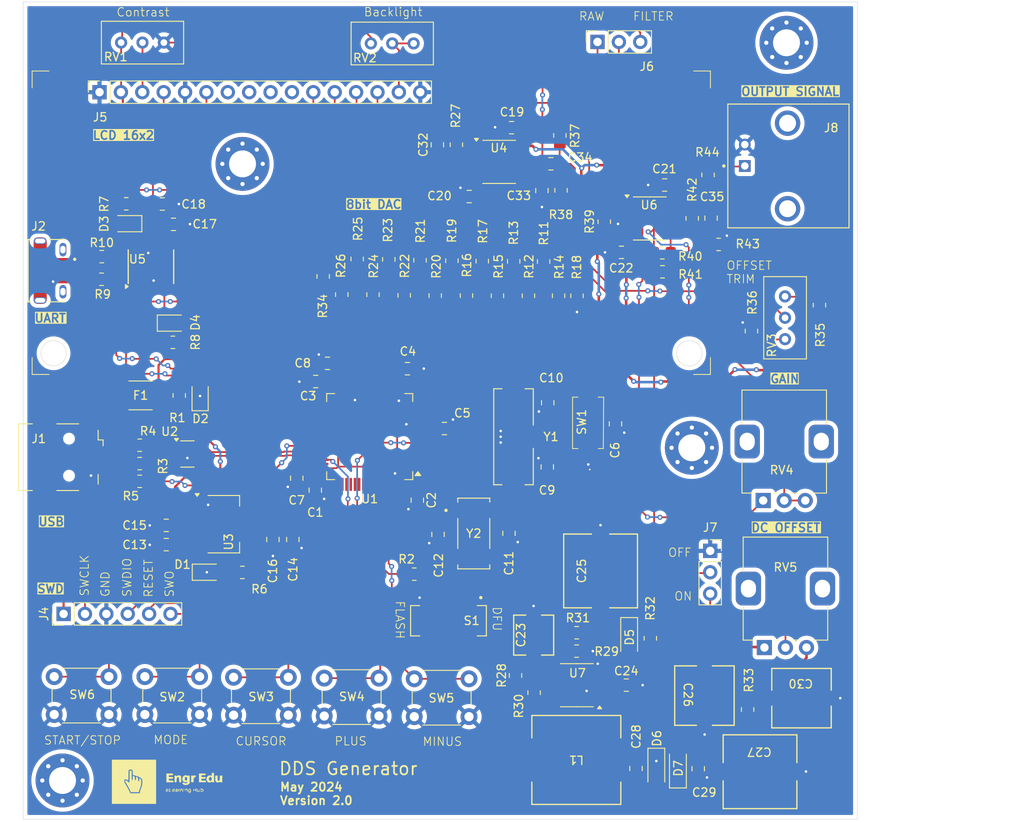
<source format=kicad_pcb>
(kicad_pcb (version 20240108) (generator "pcbnew") (generator_version "8.0")
  (layers (0 "F.Cu" signal) (31 "B.Cu" power) (34 "B.Paste" user) (35 "F.Paste" user) (36 "B.SilkS" user "B.Silkscreen") (37 "F.SilkS" user "F.Silkscreen") (38 "B.Mask" user) (39 "F.Mask" user) (44 "Edge.Cuts" user))
  (net 0 "")
  (net 2 "GND")
  (net 3 "/SW_CURSOR")
  (net 4 "+3.3V")
  (net 5 "/BOOT0")
  (net 9 "/RESET")
  (net 25 "Net-(D2-A)")
  (net 28 "Net-(R2-Pad2)")
  (net 32 "Net-(U1-VCAP_2)")
  (net 33 "Net-(U1-VCAP_1)")
  (net 34 "/OSCIN")
  (net 35 "/OSCOUT")
  (net 38 "/XTAL_2")
  (net 39 "/XTAL_1")
  (net 40 "Net-(J1-VBUS)")
  (net 41 "+5V")
  (net 45 "/USB_CONN_D+")
  (net 46 "/USB_CONN_D-")
  (net 47 "/OTG_ID")
  (net 48 "/USB_D+")
  (net 49 "/USB_D-")
  (net 50 "Net-(D1-A)")
  (net 51 "/ID")
  (net 52 "/D-")
  (net 53 "/D+")
  (net 65 "Net-(D3-A)")
  (net 66 "Net-(D4-A)")
  (net 67 "Net-(D3-K)")
  (net 68 "Net-(D4-K)")
  (net 69 "/S+")
  (net 70 "/S-")
  (net 71 "FTDI_VCC")
  (net 72 "/FTDI_D+")
  (net 73 "/FTDI_D-")
  (net 74 "/MODE")
  (net 75 "/FTDI_RX")
  (net 76 "/FTDI_TX")
  (net 77 "/SWDIO")
  (net 78 "/SWCLK")
  (net 79 "/SWO")
  (net 80 "/E")
  (net 81 "/D1")
  (net 82 "/D0")
  (net 83 "/RS")
  (net 84 "/D4")
  (net 85 "/A")
  (net 86 "/D6")
  (net 87 "/D5")
  (net 88 "/D7")
  (net 89 "/D3")
  (net 90 "Net-(J5-Pin_3)")
  (net 91 "/D2")
  (net 92 "/SW_MODE")
  (net 93 "/SW_PLUS")
  (net 94 "/SW_MINUS")
  (net 95 "/SW_RUN_STOP")
  (net 96 "VCC")
  (net 97 "VEE")
  (net 98 "Net-(R11-Pad1)")
  (net 99 "Net-(R11-Pad2)")
  (net 100 "Net-(R13-Pad2)")
  (net 101 "Net-(R16-Pad1)")
  (net 102 "Net-(R19-Pad2)")
  (net 103 "Net-(R21-Pad2)")
  (net 104 "Net-(R23-Pad2)")
  (net 105 "Net-(U4A--)")
  (net 106 "DAC_1")
  (net 107 "DAC_0")
  (net 108 "DAC_2")
  (net 109 "DAC_3")
  (net 110 "DAC_4")
  (net 111 "DAC_5")
  (net 112 "DAC_6")
  (net 113 "DAC_7")
  (net 114 "Net-(U7-TC)")
  (net 115 "Net-(D5-K)")
  (net 116 "Net-(D5-A)")
  (net 117 "Net-(D6-A)")
  (net 118 "Net-(D7-A)")
  (net 119 "Net-(U7-Vfb)")
  (net 120 "Net-(U7-DC)")
  (net 121 "Net-(J6-Pin_1)")
  (net 122 "Net-(U4B-+)")
  (net 123 "Net-(C34-Pad1)")
  (net 124 "Net-(J6-Pin_3)")
  (net 125 "Net-(C35-Pad2)")
  (net 126 "Net-(U6B--)")
  (net 127 "Net-(J6-Pin_2)")
  (net 128 "Net-(J7-Pin_2)")
  (net 129 "Net-(J7-Pin_3)")
  (net 130 "Net-(R25-Pad1)")
  (net 131 "Net-(R35-Pad2)")
  (net 132 "Net-(R36-Pad1)")
  (net 133 "Net-(U6A--)")
  (net 134 "Net-(U6B-+)")
  (net 135 "Net-(R40-Pad2)")
  (net 136 "Net-(U4A-+)")
  (net 139 "Net-(J8-Pad1)")
  (net 140 "Net-(U7-Ipk)")
  (footprint "Fuse:Fuse_1812_4532Metric" (layer "F.Cu") (at 110.5408 72.517)
    (property "Reference" "F1")
    (property "Value" "PTCSMD")
  )
  (footprint "Resistor_SMD:R_0805_2012Metric_Pad1.20x1.40mm_HandSolder" (layer "F.Cu") (at 165.624 51.8922 -90)
    (property "Reference" "R39")
    (property "Value" "1k")
  )
  (footprint "Capacitor_SMD:C_0805_2012Metric_Pad1.18x1.45mm_HandSolder" (layer "F.Cu") (at 145.8722 89.0309 -90)
    (property "Reference" "C12")
    (property "Value" "15pF")
  )
  (footprint "Resistor_SMD:R_0805_2012Metric_Pad1.20x1.40mm_HandSolder" (layer "F.Cu") (at 138.1506 60.5536 -90)
    (property "Reference" "R24")
    (property "Value" "20k")
  )
  (footprint "USB_B_Micro_Amphenol:AMPHENOL_10118194-0001LF" (layer "F.Cu") (at 98.6172 57.6994 -90)
    (property "Reference" "J2")
    (property "Value" "10118194-0001LF")
  )
  (footprint "Capacitor_SMD:C_0805_2012Metric_Pad1.18x1.45mm_HandSolder" (layer "F.Cu") (at 158.8541 81.0133 90)
    (property "Reference" "C9")
    (property "Value" "22pF")
  )
  (footprint "Capacitor_SMD:C_0805_2012Metric_Pad1.18x1.45mm_HandSolder" (layer "F.Cu") (at 158.9049 73.3933 -90)
    (property "Reference" "C10")
    (property "Value" "22pF")
  )
  (footprint "Cap_Ele_100uF_16V_SMD:CAP_WCAP-ASLI_06p3X05p5_WRE" (layer "F.Cu") (at 189.0522 108.4834 180)
    (property "Reference" "C30")
    (property "Value" "100uF")
  )
  (footprint "Capacitor_SMD:C_0805_2012Metric_Pad1.18x1.45mm_HandSolder" (layer "F.Cu") (at 176.784 116.8654 -90)
    (property "Reference" "C29")
    (property "Value" "10uF")
  )
  (footprint "Capacitor_SMD:C_0805_2012Metric_Pad1.18x1.45mm_HandSolder" (layer "F.Cu") (at 149.5806 48.895)
    (property "Reference" "C20")
    (property "Value" "0.1uF")
  )
  (footprint "Button_Switch_THT:SW_PUSH_6mm_H5mm" (layer "F.Cu") (at 128.091 110.5048 180)
    (property "Reference" "SW3")
    (property "Value" "SW_CURSOR")
  )
  (footprint "Resistor_SMD:R_0805_2012Metric_Pad1.20x1.40mm_HandSolder" (layer "F.Cu") (at 152.9334 60.6806 -90)
    (property "Reference" "R15")
    (property "Value" "20k")
  )
  (footprint "Package_SO:SOIC-8_3.9x4.9mm_P1.27mm" (layer "F.Cu") (at 162.368 106.9452 180)
    (property "Reference" "U7")
    (property "Value" "MC34063AD")
  )
  (footprint "Resistor_SMD:R_0805_2012Metric_Pad1.20x1.40mm_HandSolder" (layer "F.Cu") (at 143.0528 93.7514)
    (property "Reference" "R2")
    (property "Value" "10k")
  )
  (footprint "Connector_USB:USB_Mini-B_Wuerth_65100516121_Horizontal" (layer "F.Cu") (at 102.0408 79.8576 -90)
    (property "Reference" "J1")
    (property "Value" "USB_B_Mini")
  )
  (footprint "Diode_SMD:D_SOD-123" (layer "F.Cu") (at 168.5798 101.2708 -90)
    (property "Reference" "D5")
    (property "Value" "1N5819WS")
  )
  (footprint "Capacitor_SMD:C_0805_2012Metric_Pad1.18x1.45mm_HandSolder" (layer "F.Cu") (at 126.2634 89.6366 -90)
    (property "Reference" "C16")
    (property "Value" "10uF")
  )
  (footprint "Resistor_SMD:R_0805_2012Metric_Pad1.20x1.40mm_HandSolder" (layer "F.Cu") (at 162.3426 100.711 180)
    (property "Reference" "R31")
    (property "Value" "10k")
  )
  (footprint "Resistor_SMD:R_0805_2012Metric_Pad1.20x1.40mm_HandSolder" (layer "F.Cu") (at 160.4866 48.1584 -90)
    (property "Reference" "R38")
    (property "Value" "20k")
  )
  (footprint "Resistor_SMD:R_0805_2012Metric_Pad1.20x1.40mm_HandSolder" (layer "F.Cu") (at 151.13 56.5658 90)
    (property "Reference" "R17")
    (property "Value" "10k")
  )
  (footprint "Package_TO_SOT_SMD:SOT-23-6" (layer "F.Cu") (at 116.1034 79.4766)
    (property "Reference" "U2")
    (property "Value" "USBLC6-2SC6")
  )
  (footprint "Resistor_SMD:R_0805_2012Metric_Pad1.20x1.40mm_HandSolder" (layer "F.Cu") (at 191.1858 61.7982 90)
    (property "Reference" "R35")
    (property "Value" "100k")
  )
  (footprint "LED_SMD:LED_0805_2012Metric_Pad1.15x1.40mm_HandSolder" (layer "F.Cu") (at 118.5418 93.5228)
    (property "Reference" "D1")
    (property "Value" "PWR_LED")
  )
  (footprint "Resistor_SMD:R_0805_2012Metric_Pad1.20x1.40mm_HandSolder" (layer "F.Cu") (at 141.859 60.6298 -90)
    (property "Reference" "R22")
    (property "Value" "20k")
  )
  (footprint "Resistor_SMD:R_0805_2012Metric_Pad1.20x1.40mm_HandSolder" (layer "F.Cu") (at 108.839 49.7586)
    (property "Reference" "R7")
    (property "Value" "270")
  )
  (footprint "Button_Switch_THT:SW_PUSH_6mm_H5mm" (layer "F.Cu") (at 117.55 110.4286 180)
    (property "Reference" "SW2")
    (property "Value" "SW_MODE")
  )
  (footprint "Resistor_SMD:R_0805_2012Metric_Pad1.20x1.40mm_HandSolder" (layer "F.Cu") (at 134.4422 60.5442 -90)
    (property "Reference" "R26")
    (property "Value" "20k")
  )
  (footprint "Capacitor_SMD:C_0805_2012Metric_Pad1.18x1.45mm_HandSolder" (layer "F.Cu") (at 159.2834 45.0088 180)
    (property "Reference" "C34")
    (property "Value" "100pF")
  )
  (footprint "Resistor_SMD:R_0805_2012Metric_Pad1.20x1.40mm_HandSolder" (layer "F.Cu") (at 143.7386 56.4642 90)
    (property "Reference" "R21")
    (property "Value" "10k")
  )
  (footprint "Connector_PinSocket_2.54mm:PinSocket_1x03_P2.54mm_Vertical" (layer "F.Cu") (at 164.8206 30.5308 90)
    (property "Reference" "J6")
    (property "Value" "FILTER_CONN")
  )
  (footprint "Capacitor_SMD:C_0805_2012Metric_Pad1.18x1.45mm_HandSolder" (layer "F.Cu") (at 131.2964 83.7744 -90)
    (property "Reference" "C1")
    (property "Value" "0.1uF")
  )
  (footprint "ABS25-32.768KHZ:XTAL_ABS25-32.768KHZ-1-T" (layer "F.Cu") (at 150.1213 88.9254)
    (property "Reference" "Y2")
    (property "Value" "XTAL_32.768KHZ")
  )
  (footprint "Resistor_SMD:R_0805_2012Metric_Pad1.20x1.40mm_HandSolder" (layer "F.Cu") (at 176.0728 51.4858 -90)
    (property "Reference" "R42")
    (property "Value" "20k")
  )
  (footprint "Capacitor_SMD:C_0805_2012Metric_Pad1.18x1.45mm_HandSolder" (layer "F.Cu") (at 168.2393 106.934)
    (property "Reference" "C24")
    (property "Value" "470pF")
  )
  (footprint "Package_QFP:LQFP-64_10x10mm_P0.5mm" (layer "F.Cu") (at 137.7588 77.4152 180)
    (property "Reference" "U1")
    (property "Value" "STM32F405RGTx")
  )
  (footprint "Resistor_SMD:R_0805_2012Metric_Pad1.20x1.40mm_HandSolder" (layer "F.Cu") (at 160.3502 41.6306 90)
    (property "Reference" "R37")
    (property "Value" "20k")
  )
  (footprint "Capacitor_SMD:C_0805_2012Metric_Pad1.18x1.45mm_HandSolder" (layer "F.Cu") (at 131.3472 70.8712 180)
    (property "Reference" "C3")
    (property "Value" "0.1uF")
  )
  (footprint "Diode_SMD:D_SOD-123" (layer "F.Cu") (at 171.8056 116.7902 -90)
    (property "Reference" "D6")
    (property "Value" "1N5819WS")
  )
  (footprint "Resistor_SMD:R_0805_2012Metric_Pad1.20x1.40mm_HandSolder" (layer "F.Cu") (at 147.5232 56.515 90)
    (property "Reference" "R19")
    (property "Value" "10k")
  )
  (footprint "Capacitor_SMD:C_0805_2012Metric_Pad1.18x1.45mm_HandSolder" (layer "F.Cu") (at 154.6098 40.7162 180)
    (property "Reference" "C19")
    (property "Value" "0.1uF")
  )
  (footprint "ABLSG-8.000MHZ-D-2-Y-T:XTAL_ABLSG-8.000MHZ-D-2-Y-T" (layer "F.Cu") (at 154.8409 77.4319 90)
    (property "Reference" "Y1")
    (property "Value" "XTAL_8.0MHZ")
  )
  (footprint "Capacitor_SMD:C_0805_2012Metric_Pad1.18x1.45mm_HandSolder" (layer "F.Cu") (at 169.3926 116.84 -90)
    (property "Reference" "C28")
    (property "Value" "10uF")
  )
  (footprint "Cap_Ele_470uF_16V_SMD:CAP_WCAP-ASLL_08p0X10p5_WRE" (layer "F.Cu") (at 184.1246 117.221 180)
    (property "Reference" "C27")
    (property "Value" "470uF")
  )
  (footprint "Diode_SMD:D_SOD-123" (layer "F.Cu") (at 174.371 116.7892 90)
    (property "Reference" "D7")
    (property "Value" "1N5819WS")
  )
  (footprint "Resistor_SMD:R_0805_2012Metric_Pad1.20x1.40mm_HandSolder" (layer "F.Cu") (at 110.4392 78.4352)
    (property "Reference" "R4")
    (property "Value" "22R")
  )
  (footprint "Resistor_SMD:R_0805_2012Metric_Pad1.20x1.40mm_HandSolder" (layer "F.Cu") (at 110.4392 82.7278)
    (property "Reference" "R5")
    (property "Value" "330R")
  )
  (footprint "Capacitor_SMD:C_0805_2012Metric_Pad1.18x1.45mm_HandSolder" (layer "F.Cu") (at 142.2438 69.3472)
    (property "Reference" "C4")
    (property "Value" "0.1uF")
  )
  (footprint "Cap_Ele_220uF_16V_SMD:CAP_WCAP-ASLI_04p0X05p5_WRE" (layer "F.Cu") (at 157.2372 100.9904 90)
    (property "Reference" "C23")
    (property "Value" "220uF")
  )
  (footprint "Capacitor_SMD:C_0805_2012Metric_Pad1.18x1.45mm_HandSolder" (layer "F.Cu") (at 178.308 51.4604 90)
    (property "Reference" "C35")
    (property "Value" "680pF")
  )
  (footprint "Connector_PinSocket_2.54mm:PinSocket_1x03_P2.54mm_Vertical" (layer "F.Cu") (at 178.2056 90.9874)
    (property "Reference" "J7")
    (property "Value" "DC_OFFSET_CONN")
  )
  (footprint "Resistor_SMD:R_0805_2012Metric_Pad1.20x1.40mm_HandSolder" (layer "F.Cu") (at 156.6164 60.6806 -90)
    (property "Reference" "R12")
    (property "Value" "20k")
  )
  (footprint "Resistor_SMD:R_0805_2012Metric_Pad1.20x1.40mm_HandSolder" (layer "F.Cu") (at 155.0782 105.791 90)
    (property "Reference" "R28")
    (property "Value" "3")
  )
  (footprint "Resistor_SMD:R_0805_2012Metric_Pad1.20x1.40mm_HandSolder" (layer "F.Cu") (at 149.2504 60.6552 -90)
    (property "Reference" "R16")
    (property "Value" "20k")
  )
  (footprint "Button_Switch_THT:SW_PUSH_6mm_H5mm" (layer "F.Cu") (at 138.8606 110.6064 180)
    (property "Reference" "SW4")
    (property "Value" "SW_PLUS")
  )
  (footprint "LED_SMD:LED_0805_2012Metric_Pad1.15x1.40mm_HandSolder" (layer "F.Cu") (at 114.3868 63.9318)
    (property "Reference" "D4")
    (property "Value" "RXLED")
  )
  (footprint "Capacitor_SMD:C_0805_2012Metric_Pad1.18x1.45mm_HandSolder" (layer "F.Cu") (at 166.9567 75.8991 -90)
    (property "Reference" "C6")
    (property "Value" "0.01uF")
  )
  (footprint "Resistor_SMD:R_0805_2012Metric_Pad1.20x1.40mm_HandSolder" (layer "F.Cu") (at 179.2064 54.5846)
    (property "Reference" "R43")
    (property "Value" "20k")
  )
  (footprint "Resistor_SMD:R_0805_2012Metric_Pad1.20x1.40mm_HandSolder" (layer "F.Cu") (at 115.1382 72.5264 -90)
    (property "Reference" "R1")
    (property "Value" "1k")
  )
  (footprint "Connector_PinSocket_2.54mm:PinSocket_1x16_P2.54mm_Vertical" (layer "F.Cu") (at 105.664 36.4998 90)
    (property "Reference" "J5")
    (property "Value" "LCD_CONN")
  )
  (footprint "Cap_Ele_100uF_16V_SMD:CAP_WCAP-ASLI_06p3X05p5_WRE" (layer "F.Cu") (at 177.5206 108.1786 -90)
    (property "Reference" "C26")
    (property "Value" "100uF")
  )
  (footprint "Potentiometer_THT:Potentiometer_Bourns_3296W_Vertical" (layer "F.Cu") (at 187.0964 60.7568 90)
    (property "Reference" "RV3")
    (property "Value" "20k")
  )
  (footprint "Capacitor_SMD:C_0805_2012Metric_Pad1.18x1.45mm_HandSolder" (layer "F.Cu") (at 113.1277 49.784 180)
    (property "Reference" "C18")
    (property "Value" "0.01uF")
  )
  (footprint "Capacitor_SMD:C_0805_2012Metric_Pad1.18x1.45mm_HandSolder" (layer "F.Cu") (at 128.6295 89.6366 -90)
    (property "Reference" "C14")
    (property "Value" "0.1uF")
  )
  (footprint "Button_Switch_THT:SW_PUSH_6mm_H5mm" (layer "F.Cu") (at 106.7804 110.4286 180)
    (property "Reference" "SW6")
    (property "Value" "SW_RUN_STOP")
  )
  (footprint "Package_SO:SSOP-16_3.9x4.9mm_P0.635mm" (layer "F.Cu") (at 111.7727 57.2354 90)
    (property "Reference" "U5")
    (property "Value" "FT230XS")
  )
  (footprint "Resistor_SMD:R_0805_2012Metric_Pad1.20x1.40mm_HandSolder" (layer "F.Cu") (at 114.3762 66.2178 180)
    (property "Reference" "R8")
    (property "Value" "270")
  )
  (footprint "Resistor_SMD:R_0805_2012Metric_Pad1.20x1.40mm_HandSolder" (layer "F.Cu") (at 171.0944 101.3714 90)
    (property "Reference" "R32")
    (property "Value" "0")
  )
  (footprint "Resistor_SMD:R_0805_2012Metric_Pad1.20x1.40mm_HandSolder" (layer "F.Cu") (at 154.8638 56.5912 90)
    (property "Reference" "R13")
    (property "Value" "10k")
  )
  (footprint "Potentiometer_THT:Potentiometer_Bourns_3296W_Vertical" (layer "F.Cu") (at 142.9766 30.7086)
    (property "Reference" "RV2")
    (property "Value" "1k")
  )
  (footprint "Resistor_SMD:R_0805_2012Metric_Pad1.20x1.40mm_HandSolder" (layer "F.Cu") (at 145.542 60.6552 -90)
    (property "Reference" "R20")
    (property "Value" "20k")
  )
  (footprint "Resistor_SMD:R_0805_2012Metric_Pad1.20x1.40mm_HandSolder" (layer "F.Cu") (at 162.3426 102.8954 180)
    (property "Reference" "R29")
    (property "Value" "1k")
  )
  (footprint "Capacitor_SMD:C_0805_2012Metric_Pad1.18x1.45mm_HandSolder" (layer "F.Cu") (at 158.2166 48.1838 90)
    (property "Reference" "C33")
    (property "Value" "100pF")
  )
  (footprint "Resistor_SMD:R_0805_2012Metric_Pad1.20x1.40mm_HandSolder" (layer "F.Cu") (at 172.5168 55.5752 180)
    (property "Reference" "R40")
    (property "Value" "20k")
  )
  (footprint "Capacitor_SMD:C_0805_2012Metric_Pad1.18x1.45mm_HandSolder" (layer "F.Cu") (at 129.0905 82.352 -90)
    (property "Reference" "C7")
    (property "Value" "2.2uF")
  )
  (footprint "744066681_680uH:IND_1038-WE-TPC_WRE" (layer "F.Cu") (at 162.306 115.824 180)
    (property "Reference" "L1")
    (property "Value" "680uH")
  )
  (footprint "Resistor_SMD:R_0805_2012Metric_Pad1.20x1.40mm_HandSolder" (layer "F.Cu") (at 157.288 107.8324 -90)
    (property "Reference" "R30")
    (property "Value" "180")
  )
  (footprint "Capacitor_SMD:C_0805_2012Metric_Pad1.18x1.45mm_HandSolder" (layer "F.Cu") (at 132.7481 68.7122 180)
    (property "Reference" "C8")
    (property "Value" "2.2uF")
  )
  (footprint "LED_SMD:LED_0805_2012Metric_Pad1.15x1.40mm_HandSolder" (layer "F.Cu") (at 108.83 52.1208 180)
    (property "Reference" "D3")
    (property "Value" "TXLED")
  )
  (footprint "Package_SO:SOIC-8_3.9x4.9mm_P1.27mm" (layer "F.Cu") (at 153.1366 44.7802)
    (property "Reference" "U4")
    (property "Value" "TL072")
  )
  (footprint "LOGO" (layer "F.Cu") (at 115.551866 118.564919)
    (property "Reference" "G***" (hide yes))
    (property "Value" "LOGO" (hide yes))
  )
  (footprint "Package_TO_SOT_SMD:SOT-223-3_TabPin2" (layer "F.Cu") (at 120.396 87.8199)
    (property "Reference" "U3")
    (property "Value" "LD1117S33TR_SOT223")
  )
  (footprint "MountingHole:MountingHole_3.2mm_M3_Pad_Via" (layer "F.Cu") (at 101.2698 118.2624)
    (property "Reference" "H3" (hide yes))
    (property "Value" "MountingHole")
  )
  (footprint "Resistor_SMD:R_0805_2012Metric_Pad1.20x1.40mm_HandSolder" (layer "F.Cu") (at 162.3822 60.69 90)
    (property "Reference" "R18")
    (property "Value" "20k")
  )
  (footprint "Capacitor_SMD:C_0805_2012Metric_Pad1.18x1.45mm_HandSolder" (layer "F.Cu") (at 114.4485 52.197)
    (property "Reference" "C17")
    (property "Value" "0.1uF")
  )
  (footprint "MountingHole:MountingHole_3.2mm_M3_Pad_Via" (layer "F.Cu") (at 122.651856 45.013544)
    (property "Reference" "H1" (hide yes))
    (property "Value" "MountingHole")
  )
  (footprint "Capacitor_SMD:C_0805_2012Metric_Pad1.18x1.45mm_HandSolder" (layer "F.Cu") (at 146.6342 76.454)
    (property "Reference" "C5")
    (property "Value" "0.1uF")
  )
  (footprint "Capacitor_SMD:C_0805_2012Metric_Pad1.18x1.45mm_HandSolder" (layer "F.Cu") (at 113.5927 87.9602 180)
    (property "Reference" "C15")
    (property "Value" "10uF")
  )
  (footprint "Resistor_SMD:R_0805_2012Metric_Pad1.20x1.40mm_HandSolder" (layer "F.Cu") (at 183.1086 64.8716 90)
    (property "Reference" "R36")
    (property "Value" "10k")
  )
  (footprint "Resistor_SMD:R_0805_2012Metric_Pad1.20x1.40mm_HandSolder" (layer "F.Cu") (at 105.934 56.0324)
    (property "Reference" "R10")
    (property "Value" "27R")
  )
  (footprint "Resistor_SMD:R_0805_2012Metric_Pad1.20x1.40mm_HandSolder" (layer "F.Cu") (at 158.4198 56.6166 90)
    (property "Reference" "R11")
    (property "Value" "10k")
  )
  (footprint "Potentiometer_THT:Potentiometer_Bourns_3296W_Vertical" (layer "F.Cu") (at 113.3094 30.607)
    (property "Reference" "RV1")
    (property "Value" "10k")
  )
  (footprint "LED_SMD:LED_0805_2012Metric_Pad1.15x1.40mm_HandSolder" (layer "F.Cu") (at 117.6151 72.4785 90)
    (property "Reference" "D2")
    (property "Value" "PWR_LED")
  )
  (footprint "Connector_PinHeader_2.54mm:PinHeader_1x06_P2.54mm_Vertical" (layer "F.Cu") (at 101.3968 98.4758 90)
    (property "Reference" "J4")
    (property "Value" "SWD_CONN")
  )
  (footprint "Capacitor_SMD:C_0805_2012Metric_Pad1.18x1.45mm_HandSolder" (layer "F.Cu") (at 167.6654 55.5283)
    (property "Reference" "C22")
    (property "Value" "0.1uF")
  )
  (footprint "Resistor_SMD:R_0805_2012Metric_Pad1.20x1.40mm_HandSolder" (layer "F.Cu") (at 105.9086 58.7248)
    (property "Reference" "R9")
    (property "Value" "27R")
  )
  (footprint "Resistor_SMD:R_0805_2012Metric_Pad1.20x1.40mm_HandSolder" (layer "F.Cu") (at 140.0302 56.3626 90)
    (property "Reference" "R23")
    (property "Value" "10k")
  )
  (footprint "Resistor_SMD:R_0805_2012Metric_Pad1.20x1.40mm_HandSolder" (layer "F.Cu") (at 177.9524 46.3296 -90)
    (property "Reference" "R44")
    (property "Value" "49.9")
  )
  (footprint "Button_Switch_THT:SW_PUSH_6mm_H5mm" (layer "F.Cu") (at 149.554 110.6826 180)
    (property "Reference" "SW5")
    (property "Value" "SW_MINUS")
  )
  (footprint "Resistor_SMD:R_0805_2012Metric_Pad1.20x1.40mm_HandSolder" (layer "F.Cu") (at 172.5422 57.8358 180)
    (property "Reference" "R41")
    (property "Value" "20k")
  )
  (footprint "Capacitor_SMD:C_0805_2012Metric_Pad1.18x1.45mm_HandSolder" (layer "F.Cu") (at 113.5927 90.2423 180)
    (property "Reference" "C13")
    (property "Value" "0.1uF")
  )
  (footprint "Potentiometer_THT:Potentiometer_Alps_RK09K_Single_Vertical" (layer "F.Cu") (at 184.6472 102.4684 90)
    (property "Reference" "RV5")
    (property "Value" "1M")
  )
  (footprint "Resistor_SMD:R_0805_2012Metric_Pad1.20x1.40mm_HandSolder" (layer "F.Cu") (at 160.1978 60.6806 -90)
    (property "Reference" "R14")
    (property "Value" "20k")
  )
  (footprint "JS202011SCQN_Button:SW_JS202011SCQN" (layer "F.Cu") (at 147.1168 99.2886 180)
    (property "Reference" "S1")
    (property "Value" "SW_BOOT")
  )
  (footprint "Resistor_SMD:R_0805_2012Metric_Pad1.20x1.40mm_HandSolder" (layer "F.Cu") (at 148.0566 42.7482 -90)
    (property "Reference" "R27")
    (property "Value" "20k")
  )
  (footprint "PTS636_SM25F_Button:PTS636SM25FSMTRLFS" (layer "F.Cu") (at 163.7055 75.7809 90)
    (property "Reference" "SW1")
    (property "Value" "SW_RESET")
  )
  (footprint "Resistor_SMD:R_0805_2012Metric_Pad1.20x1.40mm_HandSolder" (layer "F.Cu") (at 182.6514 109.8296 -90)
    (property "Reference" "R33")
    (property "Value" "0")
  )
  (footprint "Capacitor_SMD:C_0805_2012Metric_Pad1.18x1.45mm_HandSolder" (layer "F.Cu") (at 154.305 88.9039 -90)
    (property "Reference" "C11")
    (property "Value" "15pF")
  )
  (footprint "Capacitor_SMD:C_0805_2012Metric_Pad1.18x1.45mm_HandSolder" (layer "F.Cu") (at 145.796 42.7482 90)
    (property "Reference" "C32")
    (property "Value" "100pF")
  )
  (footprint "Package_SO:SOIC-8_3.9x4.9mm_P1.27mm" (layer "F.Cu") (at 171.0294 51.5)
    (property "Reference" "U6")
    (property "Value" "TL072")
  )
  (footprint "Cap_Ele_470uF_16V_SMD:CAP_WCAP-ASLL_08p0X10p5_WRE" (layer "F.Cu") (at 165.1874 93.3704 90)
    (property "Reference" "C25")
    (property "Value" "470uF")
  )
  (footprint "Capacitor_SMD:C_0805_2012Metric_Pad1.18x1.45mm_HandSolder" (layer "F.Cu") (at 143.4161 84.9682 -90)
    (property "Reference" "C2")
    (property "Value" "0.1uF")
  )
  (footprint "BNC_RightAngle_50ohm:BNC_RightAngle_50ohm" (layer "F.Cu") (at 182.3182 45.2628 180)
    (property "Reference" "J8")
    (property "Value" "BNC_CONN")
  )
  (footprint "Resistor_SMD:R_0805_2012Metric_Pad1.20x1.40mm_HandSolder" (layer "F.Cu") (at 110.4392 80.6196)
    (property "Reference" "R3")
    (property "Value" "22R")
  )
  (footprint "Resistor_SMD:R_0805_2012Metric_Pad1.20x1.40mm_HandSolder" (layer "F.Cu") (at 136.271 56.3118 -90)
    (property "Reference" "R25")
    (property "Value" "10k")
  )
  (footprint "Potentiometer_THT:Potentiometer_Alps_RK09K_Single_Vertical" (layer "F.Cu") (at 184.5006 85.0034 90)
    (property "Reference" "RV4")
    (property "Value" "100k")
  )
  (footprint "Resistor_SMD:R_0805_2012Metric_Pad1.20x1.40mm_HandSolder" (layer "F.Cu") (at 132.2324 58.3852 -90)
    (property "Reference" "R34")
    (property "Value" "20k")
  )
  (footprint "Resistor_SMD:R_0805_2012Metric_Pad1.20x1.40mm_HandSolder" (layer "F.Cu") (at 122.6312 93.5482)
    (property "Reference" "R6")
    (property "Value" "1k")
  )
  (footprint "MountingHole:MountingHole_3.2mm_M3_Pad_Via" (layer "F.Cu") (at 176.022 78.74)
    (property "Reference" "H4" (hide yes))
    (property "Value" "MountingHole")
  )
  (footprint "MountingHole:MountingHole_3.2mm_M3_Pad_Via" (layer "F.Cu") (at 187.269456 30.627656)
    (property "Reference" "H2" (hide yes))
    (property "Value" "MountingHole")
  )
  (footprint "Capacitor_SMD:C_0805_2012Metric_Pad1.18x1.45mm_HandSolder" (layer "F.Cu") (at 172.7962 47.5273 180)
    (property "Reference" "C21")
    (property "Value" "0.1uF")
  )
  (gr_line (start 178.2318 33.9852) (end 176.2252 33.9852) (stroke (width 0.1)) (layer "F.SilkS"))
  (gr_line (start 178.2318 33.9852) (end 178.2318 35.9918) (stroke (width 0.1)) (layer "F.SilkS"))
  (gr_line (start 178.2318 70.0278) (end 176.2252 70.0278) (stroke (width 0.1)) (layer "F.SilkS"))
  (gr_line (start 97.663 70.0278) (end 97.663 68.0212) (stroke (width 0.1)) (layer "F.SilkS"))
  (gr_line (start 97.663 70.0278) (end 99.6696 70.0278) (stroke (width 0.1)) (layer "F.SilkS"))
  (gr_line (start 97.663 33.9852) (end 99.6696 33.9852) (stroke (width 0.1)) (layer "F.SilkS"))
  (gr_line (start 97.663 33.9852) (end 97.663 35.9918) (stroke (width 0.1)) (layer "F.SilkS"))
  (gr_line (start 178.2318 70.0278) (end 178.2318 68.0212) (stroke (width 0.1)) (layer "F.SilkS"))
  (gr_circle (center 100.203 67.5132) (end 101.4984 68.2752) (stroke (width 0.05)) (fill none) (layer "Edge.Cuts"))
  (gr_rect (start 96.5962 25.781) (end 195.6816 122.8598) (stroke (width 0.05)) (fill none) (layer "Edge.Cuts"))
  (gr_circle (center 175.7172 67.5132) (end 177.0634 68.199) (stroke (width 0.05)) (fill none) (layer "Edge.Cuts"))
  (gr_text "DFU" (at 152.2984 99.06 -90) (layer "F.SilkS") (effects (font (size 1 1) (thickness 0.1)) (justify bottom)))
  (gr_text "START/STOP" (at 99.0092 114.0714 0) (layer "F.SilkS") (effects (font (size 1 1) (thickness 0.1)) (justify left bottom)))
  (gr_text "CURSOR" (at 121.7676 114.173 0) (layer "F.SilkS") (effects (font (size 1 1) (thickness 0.1)) (justify left bottom)))
  (gr_text "RESET" (at 112.0648 96.5708 90) (layer "F.SilkS") (effects (font (size 1 1) (thickness 0.1)) (justify left bottom)))
  (gr_text "GAIN\n" (at 185.2422 71.1454 0) (layer "F.SilkS" knockout) (effects (font (size 1 1) (thickness 0.2) (bold yes)) (justify left bottom)))
  (gr_text "FILTER" (at 168.9862 28.067 0) (layer "F.SilkS") (effects (font (size 1 1) (thickness 0.1)) (justify left bottom)))
  (gr_text "Backlight\n" (at 137.0076 27.559 0) (layer "F.SilkS") (effects (font (size 1 1) (thickness 0.1)) (justify left bottom)))
  (gr_text "May 2024\nVersion 2.0" (at 127 121.2342 0) (layer "F.SilkS") (effects (font (size 1 1) (thickness 0.2) (bold yes)) (justify left bottom)))
  (gr_text "RAW" (at 162.56 28.067 0) (layer "F.SilkS") (effects (font (size 1 1) (thickness 0.1)) (justify left bottom)))
  (gr_text "FLASH" (at 140.7668 96.8502 -90) (layer "F.SilkS") (effects (font (size 1 1) (thickness 0.1)) (justify left bottom)))
  (gr_text "PLUS" (at 133.5278 114.173 0) (layer "F.SilkS") (effects (font (size 1 1) (thickness 0.1)) (justify left bottom)))
  (gr_text "USB\n" (at 98.298 88.1126 0) (layer "F.SilkS" knockout) (effects (font (size 1 1) (thickness 0.2) (bold yes)) (justify left bottom)))
  (gr_text "UART" (at 97.8408 63.9318 0) (layer "F.SilkS" knockout) (effects (font (size 1 1) (thickness 0.2) (bold yes)) (justify left bottom)))
  (gr_text "DDS Generator" (at 126.873 117.729 0) (layer "F.SilkS") (effects (font (size 1.5 1.5) (thickness 0.2) (bold yes)) (justify left bottom)))
  (gr_text "DC OFFSET\n" (at 182.9816 88.8238 0) (layer "F.SilkS" knockout) (effects (font (size 1 1) (thickness 0.2) (bold yes)) (justify left bottom)))
  (gr_text "SWO" (at 114.554 96.5454 90) (layer "F.SilkS") (effects (font (size 1 1) (thickness 0.1)) (justify left bottom)))
  (gr_text "OFF" (at 173.1518 91.7702 0) (layer "F.SilkS") (effects (font (size 1 1) (thickness 0.1)) (justify left bottom)))
  (gr_text "SWDIO\n" (at 109.5248 96.52 90) (layer "F.SilkS") (effects (font (size 1 1) (thickness 0.1)) (justify left bottom)))
  (gr_text "GND" (at 106.934 96.52 90) (layer "F.SilkS") (effects (font (size 1 1) (thickness 0.1)) (justify left bottom)))
  (gr_text "SWD\n" (at 98.171 96.0882 0) (layer "F.SilkS" knockout) (effects (font (size 1 1) (thickness 0.2) (bold yes)) (justify left bottom)))
  (gr_text "OFFSET\nTRIM" (at 180.086 59.2836 0) (layer "F.SilkS") (effects (font (size 1 1) (thickness 0.1)) (justify left bottom)))
  (gr_text "Contrast" (at 107.6198 27.5844 0) (layer "F.SilkS") (effects (font (size 1 1) (thickness 0.1)) (justify left bottom)))
  (gr_text "ON" (at 173.8884 96.9518 0) (layer "F.SilkS") (effects (font (size 1 1) (thickness 0.1)) (justify left bottom)))
  (gr_text "SWCLK\n" (at 104.464081 96.425481 90) (layer "F.SilkS") (effects (font (size 1 1) (thickness 0.1)) (justify left bottom)))
  (gr_text "MODE" (at 112.014 114.0206 0) (layer "F.SilkS") (effects (font (size 1 1) (thickness 0.1)) (justify left bottom)))
  (gr_text "LCD 16x2" (at 104.7496 42.2148 0) (layer "F.SilkS" knockout) (effects (font (size 1 1) (thickness 0.2) (bold yes)) (justify left bottom)))
  (gr_text "8bit DAC" (at 134.8486 50.419 0) (layer "F.SilkS" knockout) (effects (font (size 1 1) (thickness 0.2) (bold yes)) (justify left bottom)))
  (gr_text "MINUS" (at 143.9926 114.2238 0) (layer "F.SilkS") (effects (font (size 1 1) (thickness 0.1)) (justify left bottom)))
  (gr_text "OUTPUT SIGNAL" (at 181.7878 37.0078 0) (layer "F.SilkS" knockout) (effects (font (size 1 1) (thickness 0.2) (bold yes)) (justify left bottom)))
  (segment (start 148.5392 47.8536) (end 148.5431 47.8575) (width 0.254) (layer "F.Cu") (net 2))
  (segment (start 143.4161 86.0057) (end 142.3763 86.0057) (width 0.254) (layer "F.Cu") (net 2))
  (segment (start 164.4421 79.8175) (end 163.7055 79.0809) (width 0.254) (layer "F.Cu") (net 2))
  (segment (start 177.546 110.9345) (end 177.5206 110.9091) (width 0.254) (layer "F.Cu") (net 2))
  (segment (start 163.7284 79.1038) (end 163.7284 80.7212) (width 0.254) (layer "F.Cu") (net 2))
  (segment (start 111.633 87.9602) (end 112.5552 87.9602) (width 0.254) (layer "F.Cu") (net 2))
  (segment (start 158.8502 79.9719) (end 158.8541 79.9758) (width 0.254) (layer "F.Cu") (net 2))
  (segment (start 157.226 97.536) (end 157.226 99.125) (width 0.254) (layer "F.Cu") (net 2))
  (segment (start 164.846 104.394) (end 164.843 104.397) (width 0.254) (layer "F.Cu") (net 2))
  (segment (start 114.1652 49.784) (end 115.0874 49.784) (width 0.2032) (layer "F.Cu") (net 2))
  (segment (start 128.0359 83.3895) (end 129.0905 83.3895) (width 0.254) (layer "F.Cu") (net 2))
  (segment (start 117.2479 85.5218) (end 117.246 85.5199) (width 0.254) (layer "F.Cu") (net 2))
  (segment (start 164.2618 102.8954) (end 163.3426 102.8954) (width 0.254) (layer "F.Cu") (net 2))
  (segment (start 171.7587 47.5273) (end 171.7548 47.5234) (width 0.254) (layer "F.Cu") (net 2))
  (segment (start 100.157 58.9994) (end 100.1522 59.0042) (width 0.254) (layer "F.Cu") (net 2))
  (segment (start 193.6623 108.4834) (end 191.7827 108.4834) (width 0.2032) (layer "F.Cu") (net 2))
  (segment (start 163.7055 79.0809) (end 163.7284 79.1038) (width 0.254) (layer "F.Cu") (net 2))
  (segment (start 171.8056 115.951) (end 171.8056 115.1402) (width 0.2032) (layer "F.Cu") (net 2))
  (segment (start 111.633 90.2716) (end 112.5259 90.2716) (width 0.254) (layer "F.Cu") (net 2))
  (segment (start 163.0197 79.7667) (end 163.7055 79.0809) (width 0.254) (layer "F.Cu") (net 2))
  (segment (start 141.0088 71.7402) (end 141.0088 72.9368) (width 0.2032) (layer "F.Cu") (net 2))
  (segment (start 153.3169 78.1177) (end 155.1051 78.1177) (width 0.254) (layer "F.Cu") (net 2))
  (segment (start 142.3763 86.0057) (end 142.3562 86.0258) (width 0.254) (layer "F.Cu") (net 2))
  (segment (start 114.9659 79.4766) (end 115.6208 79.4766) (width 0.2032) (layer "F.Cu") (net 2))
  (segment (start 136.0088 71.7402) (end 136.0088 73.0692) (width 0.254) (layer "F.Cu") (net 2))
  (segment (start 170.18 106.934) (end 169.2768 106.934) (width 0.254) (layer "F.Cu") (net 2))
  (segment (start 129.667 90.6526) (end 129.6455 90.6741) (width 0.254) (layer "F.Cu") (net 2))
  (segment (start 143.6946 96.5386) (end 143.6878 96.5454) (width 0.2032) (layer "F.Cu") (net 2))
  (segment (start 158.2166 49.2213) (end 158.2166 50.1396) (width 0.254) (layer "F.Cu") (net 2))
  (segment (start 128.0306 83.3842) (end 128.0359 83.3895) (width 0.254) (layer "F.Cu") (net 2))
  (segment (start 177.546 112.8014) (end 177.546 110.9345) (width 0.254) (layer "F.Cu") (net 2))
  (segment (start 147.6717 75.4087) (end 147.6717 76.454) (width 0.2032) (layer "F.Cu") (net 2))
  (segment (start 165.7135 55.5283) (end 165.7096 55.5244) (width 0.254) (layer "F.Cu") (net 2))
  (segment (start 116.0018 31.6992) (end 116.0018 36.322) (width 0.2032) (layer "F.Cu") (net 2))
  (segment (start 171.7548 47.5234) (end 170.8404 47.5234) (width 0.254) (layer "F.Cu") (net 2))
  (segment (start 165.1762 87.9348) (end 165.1874 87.946) (width 0.254) (layer "F.Cu") (net 2))
  (segment (start 165.1874 87.946) (end 165.1874 89.9922) (width 0.254) (layer "F.Cu") (net 2))
  (segment (start 167.9981 76.9493) (end 166.9694 76.9493) (width 0.254) (layer "F.Cu") (net 2))
  (segment (start 141.0088 72.9368) (end 141.224 73.152) (width 0.2032) (layer "F.Cu") (net 2))
  (segment (start 117.602 72.5932) (end 117.6151 72.6063) (width 0.254) (layer "F.Cu") (net 2))
  (segment (start 163.7563 79.1317) (end 163.7055 79.0809) (width 0.254) (layer "F.Cu") (net 2))
  (segment (start 155.1051 78.1177) (end 155.7909 77.4319) (width 0.254) (layer "F.Cu") (net 2))
  (segment (start 144.6168 96.5386) (end 143.6946 96.5386) (width 0.2032) (layer "F.Cu") (net 2))
  (segment (start 167.2702 52.135) (end 168.5544 52.135) (width 0.254) (layer "F.Cu") (net 2))
  (segment (start 116.3828 52.197) (end 116.4082 52.1716) (width 0.2032) (layer "F.Cu") (net 2))
  (segment (start 131.3017 84.8066) (end 131.2964 84.8119) (width 0.254) (layer "F.Cu") (net 2))
  (segment (start 115.6208 79.4766) (end 116.1034 79.9592) (width 0.2032) (layer "F.Cu") (net 2))
  (segment (start 166.9694 76.9493) (end 166.9567 76.9366) (width 0.254) (layer "F.Cu") (net 2))
  (segment (start 141.0208 83.0782) (end 141.0088 83.0902) (width 0.2032) (layer "F.Cu") (net 2))
  (segment (start 115.486 52.197) (end 116.3828 52.197) (width 0.2032) (layer "F.Cu") (net 2))
  (segment (start 140.7668 81.788) (end 141.0088 82.03) (width 0.2032) (layer "F.Cu") (net 2))
  (segment (start 157.8539 74.4347) (end 158.901 74.4347) (width 0.254) (layer "F.Cu") (net 2))
  (segment (start 126.2634 90.6741) (end 126.2634 91.5924) (width 0.254) (layer "F.Cu") (net 2))
  (segment (start 164.843 104.397) (end 164.843 105.0402) (width 0.254) (layer "F.Cu") (net 2))
  (segment (start 167.259 52.1462) (end 167.2702 52.135) (width 0.254) (layer "F.Cu") (net 2))
  (segment (start 143.2905 69.338) (end 143.2813 69.3472) (width 0.254) (layer "F.Cu") (net 2))
  (segment (start 153.5723 40.7162) (end 152.7048 40.7162) (width 0.254) (layer "F.Cu") (net 2))
  (segment (start 131.7136 67.6616) (end 131.7136 68.7092) (width 0.254) (layer "F.Cu") (net 2))
  (segment (start 189.5856 117.1956) (end 187.5282 117.1956) (width 0.254) (layer "F.Cu") (net 2))
  (segment (start 183.1086 63.8716) (end 182.0832 63.8716) (width 0.254) (layer "F.Cu") (net 2))
  (segment (start 112.0902 58.8772) (end 112.0902 59.8354) (width 0.2) (layer "F.Cu") (net 2))
  (segment (start 177.8254 117.9068) (end 177.8215 117.9029) (width 0.254) (layer "F.Cu") (net 2))
  (segment (start 162.3822 62.611) (end 162.3822 61.69) (width 0.254) (layer "F.Cu") (net 2))
  (segment (start 129.4022 70.8874) (end 130.2935 70.8874) (width 0.254) (layer "F.Cu") (net 2))
  (segment (start 148.5431 47.8575) (end 148.5431 48.895) (width 0.254) (layer "F.Cu") (net 2))
  (segment (start 163.5648 107.5802) (end 163.5252 107.6198) (width 0.254) (layer "F.Cu") (net 2))
  (segment (start 147.6502 75.3872) (end 147.6717 75.4087) (width 0.2032) (layer "F.Cu") (net 2))
  (segment (start 129.6455 90.6741) (end 128.6295 90.6741) (width 0.254) (layer "F.Cu") (net 2))
  (segment (start 118.5672 85.5218) (end 117.2479 85.5218) (width 0.254) (layer "F.Cu") (net 2))
  (segment (start 157.8031 79.9719) (end 158.8502 79.9719) (width 0.254) (layer "F.Cu") (net 2))
  (segment (start 177.8215 117.9029) (end 176.784 117.9029) (width 0.254) (layer "F.Cu") (net 2))
  (segment (start 187.5282 117.1956) (end 187.5028 117.221) (width 0.254) (layer "F.Cu") (net 2))
  (segment (start 157.226 99.125) (end 157.2372 99.1362) (width 0.254) (layer "F.Cu") (net 2))
  (segment (start 116.0018 36.322) (end 115.824 36.4998) (width 0.2032) (layer "F.Cu") (net 2))
  (segment (start 143.4338 75.6652) (end 142.3938 75.6652) (width 0.2032) (layer "F.Cu") (net 2))
  (segment (start 180.1876 54.5658) (end 180.2064 54.5846) (width 0.254) (layer "F.Cu") (net 2))
  (segment (start 131.7136 68.7092) (end 131.7106 68.7122) (width 0.254) (layer "F.Cu") (net 2))
  (segment (start 158.901 74.4347) (end 158.9049 74.4308) (width 0.254) (layer "F.Cu") (net 2))
  (segment (start 155.1051 76.7461) (end 155.7909 77.4319) (width 0.254) (layer "F.Cu") (net 2))
  (segment (start 152.7048 40.7162) (end 152.654 40.6654) (width 0.254) (layer "F.Cu") (net 2))
  (segment (start 130.2935 70.8874) (end 130.3097 70.8712) (width 0.254) (layer "F.Cu") (net 2))
  (segment (start 141.0088 82.03) (end 141.0088 83.0902) (width 0.2032) (layer "F.Cu") (net 2))
  (segment (start 101.2922 58.9994) (end 100.157 58.9994) (width 0.254) (layer "F.Cu") (net 2))
  (segment (start 117.6151 72.6063) (end 117.6151 73.5035) (width 0.254) (layer "F.Cu") (net 2))
  (segment (start 166.6279 55.5283) (end 165.7135 55.5283) (width 0.254) (layer "F.Cu") (net 2))
  (segment (start 145.8722 90.0684) (end 144.8308 90.0684) (width 0.254) (layer "F.Cu") (net 2))
  (segment (start 182.0832 63.8716) (end 182.0672 63.8556) (width 0.254) (layer "F.Cu") (net 2))
  (segment (start 164.843 107.5802) (end 163.5648 107.5802) (width 0.254) (layer "F.Cu") (net 2))
  (segment (start 118.4148 93.5228) (end 117.5168 93.5228) (width 0.254) (layer "F.Cu") (net 2))
  (segment (start 114.9096 30.607) (end 116.0018 31.6992) (width 0.2032) (layer "F.Cu") (net 2))
  (segment (start 136.0088 73.0692) (end 136.0062 73.0718) (width 0.254) (layer "F.Cu") (net 2))
  (segment (start 153.3169 76.7461) (end 155.1051 76.7461) (width 0.254) (layer "F.Cu") (net 2))
  (segment (start 112.5259 90.2716) (end 112.5552 90.2423) (width 0.254) (layer "F.Cu") (net 2))
  (segment (start 155.7909 77.4319) (end 153.3169 77.4319) (width 0.254) (layer "F.Cu") (net 2))
  (segment (start 144.185 69.338) (end 143.2905 69.338) (width 0.254) (layer "F.Cu") (net 2))
  (segment (start 113.3094 30.607) (end 114.9096 30.607) (width 0.2032) (layer "F.Cu") (net 2))
  (segment (start 104.6408 82.0348) (end 104.6408 81.4576) (width 0.254) (layer "F.Cu") (net 2))
  (segment (start 180.1876 53.5432) (end 180.1876 54.5658) (width 0.254) (layer "F.Cu") (net 2))
  (segment (start 142.3938 75.6652) (end 142.113 75.946) (width 0.2032) (layer "F.Cu") (net 2))
  (segment (start 104.648 82.042) (end 104.6408 82.0348) (width 0.254) (layer "F.Cu") (net 2))
  (segment (start 132.3486 84.8066) (end 131.3017 84.8066) (width 0.254) (layer "F.Cu") (net 2))
  (segment (start 111.4552 55.6006) (end 111.4552 54.6354) (width 0.2) (layer "F.Cu") (net 2))
  (segment (start 155.3464 89.9414) (end 154.305 89.9414) (width 0.254) (layer "F.Cu") (net 2))
  (via (at 118.4148 93.5228) (size 0.6) (drill 0.3) (layers "F.Cu" "B.Cu") (net 2))
  (via (at 165.7096 55.5244) (size 0.6) (drill 0.3) (layers "F.Cu" "B.Cu") (net 2))
  (via (at 147.6502 75.3872) (size 0.6) (drill 0.3) (layers "F.Cu" "B.Cu") (net 2))
  (via (at 177.8254 117.9068) (size 0.6) (drill 0.3) (layers "F.Cu" "B.Cu") (net 2))
  (via (at 167.259 52.1462) (size 0.6) (drill 0.3) (layers "F.Cu" "B.Cu") (net 2))
  (via (at 140.7668 81.788) (size 0.6) (drill 0.3) (layers "F.Cu" "B.Cu") (net 2))
  (via (at 164.2618 102.8954) (size 0.6) (drill 0.3) (layers "F.Cu" "B.Cu") (net 2))
  (via (at 153.3169 77.4319) (size 0.6) (drill 0.3) (layers "F.Cu" "B.Cu") (net 2))
  (via (at 177.546 112.8014) (size 0.6) (drill 0.3) (layers "F.Cu" "B.Cu") (net 2))
  (via (at 128.0306 83.3842) (size 0.6) (drill 0.3) (layers "F.Cu" "B.Cu") (net 2))
  (via (at 189.5856 117.1956) (size 0.6) (drill 0.3) (layers "F.Cu" "B.Cu") (net 2))
  (via (at 153.3169 76.7461) (size 0.6) (drill 0.3) (layers "F.Cu" "B.Cu") (net 2))
  (via (at 142.3562 86.0258) (size 0.6) (drill 0.3) (layers "F.Cu" "B.Cu") (net 2))
  (via (at 118.5672 85.5218) (size 0.6) (drill 0.3) (layers "F.Cu" "B.Cu") (net 2))
  (via (at 144.8308 90.0684) (size 0.6) (drill 0.3) (layers "F.Cu" "B.Cu") (net 2))
  (via (at 167.9981 76.9493) (size 0.6) (drill 0.3) (layers "F.Cu" "B.Cu") (net 2))
  (via (at 162.3822 62.611) (size 0.6) (drill 0.3) (layers "F.Cu" "B.Cu") (net 2))
  (via (at 180.1876 53.5432) (size 0.6) (drill 0.3) (layers "F.Cu" "B.Cu") (net 2))
  (via (at 136.0062 73.0718) (size 0.6) (drill 0.3) (layers "F.Cu" "B.Cu") (net 2))
  (via (at 111.4552 55.6006) (size 0.6) (drill 0.3) (layers "F.Cu" "B.Cu") (net 2))
  (via (at 152.654 40.6654) (size 0.6) (drill 0.3) (layers "F.Cu" "B.Cu") (net 2))
  (via (at 157.8539 74.4347) (size 0.6) (drill 0.3) (layers "F.Cu" "B.Cu") (net 2))
  (via (at 116.1034 79.9592) (size 0.6) (drill 0.3) (layers "F.Cu" "B.Cu") (net 2))
  (via (at 126.2634 91.5924) (size 0.6) (drill 0.3) (layers "F.Cu" "B.Cu") (net 2))
  (via (at 170.8404 47.5234) (size 0.6) (drill 0.3) (layers "F.Cu" "B.Cu") (net 2))
  (via (at 142.113 75.946) (size 0.6) (drill 0.3) (layers "F.Cu" "B.Cu") (net 2))
  (via (at 157.226 97.536) (size 0.6) (drill 0.3) (layers "F.Cu" "B.Cu") (net 2))
  (via (at 163.5252 107.6198) (size 0.6) (drill 0.3) (layers "F.Cu" "B.Cu") (net 2))
  (via (at 155.3464 89.9414) (size 0.6) (drill 0.3) (layers "F.Cu" "B.Cu") (net 2))
  (via (at 111.633 90.2716) (size 0.6) (drill 0.3) (layers "F.Cu" "B.Cu") (net 2))
  (via (at 163.7284 80.7212) (size 0.6) (drill 0.3) (layers "F.Cu" "B.Cu") (net 2))
  (via (at 171.8056 115.951) (size 0.6) (drill 0.3) (layers "F.Cu" "B.Cu") (net 2))
  (via (at 132.3486 84.8066) (size 0.6) (drill 0.3) (layers "F.Cu" "B.Cu") (net 2))
  (via (at 165.1762 87.9348) (size 0.6) (drill 0.3) (layers "F.Cu" "B.Cu") (net 2))
  (via (at 193.6623 108.4834) (size 0.6) (drill 0.3) (layers "F.Cu" "B.Cu") (net 2))
  (via (at 157.8031 79.9719) (size 0.6) (drill 0.3) (layers "F.Cu" "B.Cu") (net 2))
  (via (at 129.667 90.6526) (size 0.6) (drill 0.3) (layers "F.Cu" "B.Cu") (net 2))
  (via (at 164.846 104.394) (size 0.6) (drill 0.3) (layers "F.Cu" "B.Cu") (net 2))
  (via (at 100.1522 59.0042) (size 0.6) (drill 0.3) (layers "F.Cu" "B.Cu") (net 2))
  (via (at 182.0672 63.8556) (size 0.6) (drill 0.3) (layers "F.Cu" "B.Cu") (net 2))
  (via (at 104.648 82.042) (size 0.6) (drill 0.3) (layers "F.Cu" "B.Cu") (net 2))
  (via (at 117.602 72.5932) (size 0.6) (drill 0.3) (layers "F.Cu" "B.Cu") (net 2))
  (via (at 144.185 69.338) (size 0.6) (drill 0.3) (layers "F.Cu" "B.Cu") (net 2))
  (via (at 115.0874 49.784) (size 0.6) (drill 0.3) (layers "F.Cu" "B.Cu") (net 2))
  (via (at 170.18 106.934) (size 0.6) (drill 0.3) (layers "F.Cu" "B.Cu") (net 2))
  (via (at 153.3169 78.1177) (size 0.6) (drill 0.3) (layers "F.Cu" "B.Cu") (net 2))
  (via (at 141.224 73.152) (size 0.6) (drill 0.3) (layers "F.Cu" "B.Cu") (net 2))
  (via (at 143.6878 96.5454) (size 0.6) (drill 0.3) (layers "F.Cu" "B.Cu") (net 2))
  (via (at 111.633 87.9602) (size 0.6) (drill 0.3) (layers "F.Cu" "B.Cu") (net 2))
  (via (at 158.2166 50.1396) (size 0.6) (drill 0.3) (layers "F.Cu" "B.Cu") (net 2))
  (via (at 131.7136 67.6616) (size 0.6) (drill 0.3) (layers "F.Cu" "B.Cu") (net 2))
  (via (at 148.5392 47.8536) (size 0.6) (drill 0.3) (layers "F.Cu" "B.Cu") (net 2))
  (via (at 129.4022 70.8874) (size 0.6) (drill 0.3) (layers "F.Cu" "B.Cu") (net 2))
  (via (at 116.4082 52.1716) (size 0.6) (drill 0.3) (layers "F.Cu" "B.Cu") (net 2))
  (via (at 112.0902 58.8772) (size 0.6) (drill 0.3) (layers "F.Cu" "B.Cu") (net 2))
  (segment (start 128.091 104.192) (end 138.5088 93.7742) (width 0.2032) (layer "F.Cu") (net 3))
  (segment (start 121.591 106.0048) (end 128.091 106.0048) (width 0.2032) (layer "F.Cu") (net 3))
  (segment (start 128.091 106.0048) (end 128.091 104.192) (width 0.2032) (layer "F.Cu") (net 3))
  (segment (start 138.5088 93.7742) (end 138.5088 83.0902) (width 0.2032) (layer "F.Cu") (net 3))
  (segment (start 123.6312 91.567) (end 123.6312 87.9051) (width 0.254) (layer "F.Cu") (net 4))
  (segment (start 132.9944 87.4268) (end 132.9944 83.5406) (width 0.254) (layer "F.Cu") (net 4))
  (segment (start 141.0208 80.9768) (end 141.0732 80.9768) (width 0.2032) (layer "F.Cu") (net 4))
  (segment (start 134.0088 80.9768) (end 141.0208 80.9768) (width 0.2032) (layer "F.Cu") (net 4))
  (segment (start 103.124 92.0496) (end 101.3968 93.7768) (width 0.254) (layer "F.Cu") (net 4))
  (segment (start 140.5088 70.0447) (end 141.2063 69.3472) (width 0.2032) (layer "F.Cu") (net 4))
  (segment (start 132.3847 70.8712) (end 133.1398 70.8712) (width 0.2032) (layer "F.Cu") (net 4))
  (segment (start 144.3079 75.1652) (end 145.5967 76.454) (width 0.2032) (layer "F.Cu") (net 4))
  (segment (start 142.8659 83.9307) (end 143.4161 83.9307) (width 0.2032) (layer "F.Cu") (net 4))
  (segment (start 133.1398 70.8712) (end 134.0088 71.7402) (width 0.2032) (layer "F.Cu") (net 4))
  (segment (start 123.5456 91.567) (end 123.063 92.0496) (width 0.254) (layer "F.Cu") (net 4))
  (segment (start 143.4338 75.1652) (end 141.5476 75.1652) (width 0.2032) (layer "F.Cu") (net 4))
  (segment (start 140.5382 71.7696) (end 140.5088 71.7402) (width 0.2032) (layer "F.Cu") (net 4))
  (segment (start 123.063 92.0496) (end 103.124 92.0496) (width 0.254) (layer "F.Cu") (net 4))
  (segment (start 132.1907 82.7369) (end 131.2964 82.7369) (width 0.254) (layer "F.Cu") (net 4))
  (segment (start 148.9202 94.107) (end 147.2184 94.107) (width 0.2032) (layer "F.Cu") (net 4))
  (segment (start 123.6312 91.567) (end 123.5456 91.567) (width 0.254) (layer "F.Cu") (net 4))
  (segment (start 126.2634 88.5991) (end 128.6295 88.5991) (width 0.254) (layer "F.Cu") (net 4))
  (segment (start 142.3493 83.9307) (end 143.4161 83.9307) (width 0.2032) (layer "F.Cu") (net 4))
  (segment (start 141.5088 83.0902) (end 142.3493 83.9307) (width 0.2032) (layer "F.Cu") (net 4))
  (segment (start 141.0208 75.692) (end 141.0208 80.9768) (width 0.2032) (layer "F.Cu") (net 4))
  (segment (start 132.0838 81.1652) (end 132.0838 81.9495) (width 0.2032) (layer "F.Cu") (net 4))
  (segment (start 101.3968 93.7768) (end 101.3968 98.4758) (width 0.254) (layer "F.Cu") (net 4))
  (segment (start 132.0838 81.1652) (end 133.8204 81.1652) (width 0.2032) (layer "F.Cu") (net 4))
  (segment (start 140.5382 73.5584) (end 140.5382 71.7696) (width 0.2032) (layer "F.Cu") (net 4))
  (segment (start 141.4526 85.344) (end 142.8659 83.9307) (width 0.2032) (layer "F.Cu") (net 4))
  (segment (start 141.0208 74.041) (end 140.5382 73.5584) (width 0.2032) (layer "F.Cu") (net 4))
  (segment (start 149.6822 94.869) (end 148.9202 94.107) (width 0.2032) (layer "F.Cu") (net 4))
  (segment (start 149.6168 96.5386) (end 149.6822 96.4732) (width 0.2032) (layer "F.Cu") (net 4))
  (segment (start 141.4526 88.3412) (end 141.4526 85.344) (width 0.2032) (layer "F.Cu") (net 4))
  (segment (start 123.6312 93.5482) (end 123.6312 91.567) (width 0.254) (layer "F.Cu") (net 4))
  (segment (start 141.0732 80.9768) (end 141.5288 81.4324) (width 0.2032) (layer "F.Cu") (net 4))
  (segment (start 123.6312 87.9051) (end 123.546 87.8199) (width 0.254) (layer "F.Cu") (net 4))
  (segment (start 149.6822 96.4732) (end 149.6822 94.869) (width 0.2032) (layer "F.Cu") (net 4))
  (segment (start 128.6295 88.5991) (end 131.8221 88.5991) (width 0.254) (layer "F.Cu") (net 4))
  (segment (start 141.0208 75.692) (end 141.0208 74.041) (width 0.2032) (layer "F.Cu") (net 4))
  (segment (start 123.546 87.8199) (end 125.4842 87.8199) (width 0.254) (layer "F.Cu") (net 4))
  (segment (start 141.5476 75.1652) (end 141.0208 75.692) (width 0.2032) (layer "F.Cu") (net 4))
  (segment (start 132.0838 81.9495) (end 131.2964 82.7369) (width 0.2032) (layer "F.Cu") (net 4))
  (segment (start 117.246 87.8199) (end 123.546 87.8199) (width 0.254) (layer "F.Cu") (net 4))
  (segment (start 143.4338 75.1652) (end 144.3079 75.1652) (width 0.2032) (layer "F.Cu") (net 4))
  (segment (start 125.4842 87.8199) (end 126.2634 88.5991) (width 0.254) (layer "F.Cu") (net 4))
  (segment (start 133.8204 81.1652) (end 134.0088 80.9768) (width 0.2032) (layer "F.Cu") (net 4))
  (segment (start 131.8221 88.5991) (end 132.9944 87.4268) (width 0.254) (layer "F.Cu") (net 4))
  (segment (start 140.5088 71.7402) (end 140.5088 70.0447) (width 0.2032) (layer "F.Cu") (net 4))
  (segment (start 141.5288 81.4324) (end 141.5288 83.0702) (width 0.2032) (layer "F.Cu") (net 4))
  (segment (start 134.0088 71.7402) (end 134.0088 80.9768) (width 0.2032) (layer "F.Cu") (net 4))
  (segment (start 141.5288 83.0702) (end 141.5088 83.0902) (width 0.2032) (layer "F.Cu") (net 4))
  (segment (start 132.9944 83.5406) (end 132.1907 82.7369) (width 0.254) (layer "F.Cu") (net 4))
  (segment (start 147.2184 94.107) (end 141.4526 88.3412) (width 0.2032) (layer "F.Cu") (net 4))
  (segment (start 140.0302 93.726) (end 142.0274 93.726) (width 0.2032) (layer "F.Cu") (net 5))
  (segment (start 142.0274 93.726) (end 142.0528 93.7514) (width 0.2032) (layer "F.Cu") (net 5))
  (segment (start 139.5088 83.0902) (end 139.5088 93.2046) (width 0.2032) (layer "F.Cu") (net 5))
  (segment (start 139.5088 93.2046) (end 140.0302 93.726) (width 0.2032) (layer "F.Cu") (net 5))
  (segment (start 143.4338 78.1652) (end 149.6728 78.1652) (width 0.2032) (layer "F.Cu") (net 9))
  (segment (start 152.2222 69.0372) (end 163.0426 69.0372) (width 0.2032) (layer "F.Cu") (net 9))
  (segment (start 163.7055 69.7001) (end 163.7055 72.4809) (width 0.2032) (layer "F.Cu") (net 9))
  (segment (start 111.5568 98.4758) (end 111.5568 97.8916) (width 0.2032) (layer "F.Cu") (net 9))
  (segment (start 166.0862 74.8616) (end 163.7055 72.4809) (width 0.2032) (layer "F.Cu") (net 9))
  (segment (start 111.5568 97.8916) (end 112.2426 97.2058) (width 0.2032) (layer "F.Cu") (net 9))
  (segment (start 163.0426 69.0372) (end 163.7055 69.7001) (width 0.2032) (layer "F.Cu") (net 9))
  (segment (start 131.0386 93.853) (end 136.271 88.6206) (width 0.2032) (layer "F.Cu") (net 9))
  (segment (start 143.4244 78.1558) (end 143.4338 78.1652) (width 0.2032) (layer "F.Cu") (net 9))
  (segment (start 129.9464 97.2058) (end 131.0386 96.1136) (width 0.2032) (layer "F.Cu") (net 9))
  (segment (start 141.7828 78.1558) (end 143.4244 78.1558) (width 0.2032) (layer "F.Cu") (net 9))
  (segment (start 112.2426 97.2058) (end 129.9464 97.2058) (width 0.2032) (layer "F.Cu") (net 9))
  (segment (start 149.6728 78.1652) (end 150.7236 77.1144) (width 0.2032) (layer "F.Cu") (net 9))
  (segment (start 150.7236 70.5358) (end 152.2222 69.0372) (width 0.2032) (layer "F.Cu") (net 9))
  (segment (start 166.9567 74.8616) (end 166.0862 74.8616) (width 0.2032) (layer "F.Cu") (net 9))
  (segment (start 136.2964 80.2386) (end 138.4046 78.1304) (width 0.2032) (layer "F.Cu") (net 9))
  (segment (start 150.7236 77.1144) (end 150.7236 70.5358) (width 0.2032) (layer "F.Cu") (net 9))
  (segment (start 131.0386 96.1136) (end 131.0386 93.853) (width 0.2032) (layer "F.Cu") (net 9))
  (segment (start 138.4046 78.1304) (end 140.2588 78.1304) (width 0.2032) (layer "F.Cu") (net 9))
  (segment (start 136.271 88.6206) (end 136.271 84.7344) (width 0.2032) (layer "F.Cu") (net 9))
  (via (at 140.2588 78.1304) (size 0.6) (drill 0.3) (layers "F.Cu" "B.Cu") (net 9))
  (via (at 141.7828 78.1558) (size 0.6) (drill 0.3) (layers "F.Cu" "B.Cu") (net 9))
  (via (at 136.271 84.7344) (size 0.6) (drill 0.3) (layers "F.Cu" "B.Cu") (net 9))
  (via (at 136.2964 80.2386) (size 0.6) (drill 0.3) (layers "F.Cu" "B.Cu") (net 9))
  (segment (start 140.2588 78.1304) (end 141.7574 78.1304) (width 0.2032) (layer "B.Cu") (net 9))
  (segment (start 136.271 80.264) (end 136.2964 80.2386) (width 0.2032) (layer "B.Cu") (net 9))
  (segment (start 141.7574 78.1304) (end 141.7828 78.1558) (width 0.2032) (layer "B.Cu") (net 9))
  (segment (start 136.271 84.7344) (end 136.271 80.264) (width 0.2032) (layer "B.Cu") (net 9))
  (segment (start 115.1382 71.5264) (end 117.5422 71.5264) (width 0.2032) (layer "F.Cu") (net 25))
  (segment (start 117.5422 71.5264) (end 117.6151 71.4535) (width 0.2032) (layer "F.Cu") (net 25))
  (segment (start 144.3296 93.7514) (end 144.0528 93.7514) (width 0.2032) (layer "F.Cu") (net 28))
  (segment (start 147.1168 96.5386) (end 144.3296 93.7514) (width 0.2032) (layer "F.Cu") (net 28))
  (segment (start 132.0838 80.6652) (end 129.7398 80.6652) (width 0.2032) (layer "F.Cu") (net 32))
  (segment (start 129.7398 80.6652) (end 129.0905 81.3145) (width 0.2032) (layer "F.Cu") (net 32))
  (segment (start 134.5088 71.7402) (end 134.5088 69.4354) (width 0.2032) (layer "F.Cu") (net 33))
  (segment (start 134.5088 69.4354) (end 133.7856 68.7122) (width 0.2032) (layer "F.Cu") (net 33))
  (segment (start 158.8541 82.0508) (end 154.972 82.0508) (width 0.2032) (layer "F.Cu") (net 34))
  (segment (start 143.4338 79.1652) (end 151.8242 79.1652) (width 0.2032) (layer "F.Cu") (net 34))
  (segment (start 154.972 82.0508) (end 154.8409 82.1819) (width 0.2032) (layer "F.Cu") (net 34))
  (segment (start 151.8242 79.1652) (end 154.8409 82.1819) (width 0.2032) (layer "F.Cu") (net 34))
  (segment (start 155.167 72.3558) (end 154.8409 72.6819) (width 0.2032) (layer "F.Cu") (net 35))
  (segment (start 158.9049 72.3558) (end 155.167 72.3558) (width 0.2032) (layer "F.Cu") (net 35))
  (segment (start 152.0444 74.4474) (end 153.8099 72.6819) (width 0.2032) (layer "F.Cu") (net 35))
  (segment (start 153.8099 72.6819) (end 154.8409 72.6819) (width 0.2032) (layer "F.Cu") (net 35))
  (segment (start 143.4338 78.6652) (end 150.773 78.6652) (width 0.2032) (layer "F.Cu") (net 35))
  (segment (start 152.0444 77.3938) (end 152.0444 74.4474) (width 0.2032) (layer "F.Cu") (net 35))
  (segment (start 150.773 78.6652) (end 152.0444 77.3938) (width 0.2032) (layer "F.Cu") (net 35))
  (segment (start 152.614 86.1754) (end 154.305 87.8664) (width 0.2032) (layer "F.Cu") (net 38))
  (segment (start 151.7213 84.4113) (end 151.7213 86.1754) (width 0.2032) (layer "F.Cu") (net 38))
  (segment (start 146.9752 79.6652) (end 151.7213 84.4113) (width 0.2032) (layer "F.Cu") (net 38))
  (segment (start 151.7213 86.1754) (end 152.614 86.1754) (width 0.2032) (layer "F.Cu") (net 38))
  (segment (start 143.4338 79.6652) (end 146.9752 79.6652) (width 0.2032) (layer "F.Cu") (net 38))
  (segment (start 145.8722 87.9934) (end 147.6902 86.1754) (width 0.2032) (layer "F.Cu") (net 39))
  (segment (start 145.9766 80.1652) (end 148.5213 82.7099) (width 0.2032) (layer "F.Cu") (net 39))
  (segment (start 148.5213 82.7099) (end 148.5213 86.1754) (width 0.2032) (layer "F.Cu") (net 39))
  (segment (start 147.6902 86.1754) (end 148.5213 86.1754) (width 0.2032) (layer "F.Cu") (net 39))
  (segment (start 143.4338 80.1652) (end 145.9766 80.1652) (width 0.2032) (layer "F.Cu") (net 39))
  (segment (start 105.9686 78.2576) (end 108.3818 75.8444) (width 0.3048) (layer "F.Cu") (net 40))
  (segment (start 108.3818 75.8444) (end 108.3818 72.5385) (width 0.3048) (layer "F.Cu") (net 40))
  (segment (start 104.6408 78.2576) (end 105.9686 78.2576) (width 0.3048) (layer "F.Cu") (net 40))
  (segment (start 108.3818 72.5385) (end 108.4033 72.517) (width 0.3048) (layer "F.Cu") (net 40))
  (segment (start 104.9782 89.408) (end 102.3112 89.408) (width 0.254) (layer "F.Cu") (net 41))
  (segment (start 157.2372 104.2464) (end 156.6926 104.791) (width 0.3048) (layer "F.Cu") (net 41))
  (segment (start 108.3564 30.48) (end 108.2294 30.607) (width 0.2032) (layer "F.Cu") (net 41))
  (segment (start 194.8942 120.9802) (end 193.7766 122.0978) (width 0.254) (layer "F.Cu") (net 41))
  (segment (start 108.2294 30.607) (end 108.2294 36.4744) (width 0.2032) (layer "F.Cu") (net 41))
  (segment (start 194.8942 64.262) (end 194.8942 120.9802) (width 0.254) (layer "F.Cu") (net 41))
  (segment (start 117.6274 68.199) (end 118.5164 67.31) (width 0.254) (layer "F.Cu") (net 41))
  (segment (start 116.078 74.4662) (end 115.1382 73.5264) (width 0.254) (layer "F.Cu") (net 41))
  (segment (start 193.7766 122.0978) (end 155.2194 122.0978) (width 0.254) (layer "F.Cu") (net 41))
  (segment (start 99.06 112.5728) (end 97.9678 111.4806) (width 0.3048) (layer "F.Cu") (net 41))
  (segment (start 114.6302 84.7344) (end 113.4364 85.9282) (width 0.254) (layer "F.Cu") (net 41))
  (segment (start 114.6302 84.7344) (end 114.6302 83.3882) (width 0.254) (layer "F.Cu") (net 41))
  (segment (start 118.5164 47.1932) (end 116.3828 45.0596) (width 0.254) (layer "F.Cu") (net 41))
  (segment (start 120.015 81.1784) (end 120.015 80.3656) (width 0.254) (layer "F.Cu") (net 41))
  (segment (start 112.6783 72.517) (end 114.1288 72.517) (width 0.254) (layer "F.Cu") (net 41))
  (segment (start 118.5164 67.31) (end 118.5164 47.1932) (width 0.254) (layer "F.Cu") (net 41))
  (segment (start 156.6926 104.791) (end 155.0782 104.791) (width 0.3048) (layer "F.Cu") (net 41))
  (segment (start 119.4308 78.613) (end 117.8052 76.9874) (width 0.254) (layer "F.Cu") (net 41))
  (segment (start 114.6302 83.3882) (end 115.8494 82.169) (width 0.254) (layer "F.Cu") (net 41))
  (segment (start 137.8966 30.7086) (end 137.8966 29.972) (width 0.2032) (layer "F.Cu") (net 41))
  (segment (start 159.066 106.3102) (end 157.5468 104.791) (width 0.3048) (layer "F.Cu") (net 41))
  (segment (start 151.9936 112.5728) (end 99.06 112.5728) (width 0.3048) (layer "F.Cu") (net 41))
  (segment (start 113.411 68.199) (end 117.6274 68.199) (width 0.254) (layer "F.Cu") (net 41))
  (segment (start 193.421 62.7888) (end 194.8942 64.262) (width 0.254) (layer "F.Cu") (net 41))
  (segment (start 112.6783 72.517) (end 112.6783 68.9317) (width 0.254) (layer "F.Cu") (net 41))
  (segment (start 152.5524 112.014) (end 152.5524 105.5624) (width 0.254) (layer "F.Cu") (net 41))
  (segment (start 116.078 76.073) (end 116.078 74.4662) (width 0.254) (layer "F.Cu") (net 41))
  (segment (start 137.8966 29.972) (end 136.6012 28.6766) (width 0.2032) (layer "F.Cu") (net 41))
  (segment (start 115.8494 82.169) (end 119.0244 82.169) (width 0.254) (layer "F.Cu") (net 41))
  (segment (start 116.078 79.0448) (end 116.078 76.073) (width 0.254) (layer "F.Cu") (net 41))
  (segment (start 152.527 119.4054) (end 152.527 113.1062) (width 0.254) (layer "F.Cu") (net 41))
  (segment (start 159.893 106.3102) (end 159.066 106.3102) (width 0.3048) (layer "F.Cu") (net 41))
  (segment (start 152.5524 105.5624) (end 153.3238 104.791) (width 0.254) (layer "F.Cu") (net 41))
  (segment (start 108.3564 29.337) (end 108.3564 30.48) (width 0.2032) (layer "F.Cu") (net 41))
  (segment (start 108.458 85.9282) (end 104.9782 89.408) (width 0.254) (layer "F.Cu") (net 41))
  (segment (start 152.527 113.1062) (end 151.9936 112.5728) (width 0.254) (layer "F.Cu") (net 41))
  (segment (start 157.5468 104.791) (end 156.6926 104.791) (width 0.3048) (layer "F.Cu") (net 41))
  (segment (start 114.7526 90.1199) (end 114.6302 90.2423) (width 0.254) (layer "F.Cu") (net 41))
  (segment (start 102.3112 89.408) (end 97.9678 93.7514) (width 0.254) (layer "F.Cu") (net 41))
  (segment (start 108.4326 43.9166) (end 108.4326 36.7284) (width 0.254) (layer "F.Cu") (net 41))
  (segment (start 153.3238 104.791) (end 155.0782 104.791) (width 0.254) (layer "F.Cu") (net 41))
  (segment (start 113.4364 85.9282) (end 108.458 85.9282) (width 0.254) (layer "F.Cu") (net 41))
  (segment (start 116.713 76.9874) (end 116.078 76.3524) (width 0.254) (layer "F.Cu") (net 41))
  (segment (start 116.5098 79.4766) (end 116.078 79.0448) (width 0.254) (layer "F.Cu") (net 41))
  (segment (start 114.6302 87.9602) (end 114.6302 90.2423) (width 0.254) (layer "F.Cu") (net 41))
  (segment (start 117.246 90.1199) (end 114.7526 90.1199) (width 0.254) (layer "F.Cu") (net 41))
  (segment (start 191.1858 62.7982) (end 191.1952 62.7888) (width 0.254) (layer "F.Cu") (net 41))
  (segment (start 114.6302 87.9602) (end 114.6302 84.7344) (width 0.254) (layer "F.Cu") (net 41))
  (segment (start 136.6012 28.6766) (end 109.0168 28.6766) (width 0.2032) (layer "F.Cu") (net 41))
  (segment (start 117.8052 76.9874) (end 116.713 76.9874) (width 0.254) (layer "F.Cu") (net 41))
  (segment (start 116.3828 45.0596) (end 109.5756 45.0596) (width 0.254) (layer "F.Cu") (net 41))
  (segment (start 119.0244 82.169) (end 120.015 81.1784) (width 0.254) (layer "F.Cu") (net 41))
  (segment (start 109.0168 28.6766) (end 108.3564 29.337) (width 0.2032) (layer "F.Cu") (net 41))
  (segment (start 157.2372 102.8446) (end 157.2372 104.2464) (width 0.3048) (layer "F.Cu") (net 41))
  (segment (start 108.2294 36.4744) (end 108.204 36.4998) (width 0.2032) (layer "F.Cu") (net 41))
  (segment (start 109.5756 45.0596) (end 108.4326 43.9166) (width 0.254) (layer "F.Cu") (net 41))
  (segment (start 114.1288 72.517) (end 115.1382 73.5264) (width 0.254) (layer "F.Cu") (net 41))
  (segment (start 112.6783 68.9317) (end 113.411 68.199) (width 0.254) (layer "F.Cu") (net 41))
  (segment (start 116.078 76.3524) (end 116.078 76.073) (width 0.254) (layer "F.Cu") (net 41))
  (segment (start 97.9678 111.4806) (end 97.9678 93.7514) (width 0.3048) (layer "F.Cu") (net 41))
  (segment (start 155.2194 122.0978) (end 152.527 119.4054) (width 0.254) (layer "F.Cu") (net 41))
  (segment (start 191.1952 62.7888) (end 193.421 62.7888) (width 0.254) (layer "F.Cu") (net 41))
  (segment (start 117.2409 79.4766) (end 116.5098 79.4766) (width 0.254) (layer "F.Cu") (net 41))
  (segment (start 108.4326 36.7284) (end 108.204 36.4998) (width 0.254) (layer "F.Cu") (net 41))
  (segment (start 151.9936 112.5728) (end 152.5524 112.014) (width 0.3048) (layer "F.Cu") (net 41))
  (via (at 120.015 80.3656) (size 0.6) (drill 0.3) (layers "F.Cu" "B.Cu") (net 41))
  (via (at 119.4308 78.613) (size 0.6) (drill 0.3) (layers "F.Cu" "B.Cu") (net 41))
  (segment (start 120.015 80.3656) (end 120.015 79.1972) (width 0.254) (layer "B.Cu") (net 41))
  (segment (start 120.015 79.1972) (end 119.4308 78.613) (width 0.254) (layer "B.Cu") (net 41))
  (segment (start 113.253006 79.7524) (end 113.303806 79.7016) (width 0.2) (layer "F.Cu") (net 45))
  (segment (start 111.5392 80.6196) (end 112.4064 79.7524) (width 0.2) (layer "F.Cu") (net 45))
  (segment (start 111.4392 80.6196) (end 111.5392 80.6196) (width 0.2) (layer "F.Cu") (net 45))
  (segment (start 113.8784 79.7016) (end 114.6034 80.4266) (width 0.2) (layer "F.Cu") (net 45))
  (segment (start 112.4064 79.7524) (end 113.253006 79.7524) (width 0.2) (layer "F.Cu") (net 45))
  (segment (start 113.303806 79.7016) (end 113.8784 79.7016) (width 0.2) (layer "F.Cu") (net 45))
  (segment (start 114.6034 80.4266) (end 114.9659 80.4266) (width 0.2) (layer "F.Cu") (net 45))
  (segment (start 111.5392 78.4352) (end 112.4064 79.3024) (width 0.2) (layer "F.Cu") (net 46))
  (segment (start 114.6034 78.5266) (end 114.9659 78.5266) (width 0.2) (layer "F.Cu") (net 46))
  (segment (start 112.4064 79.3024) (end 113.0808 79.3024) (width 0.2) (layer "F.Cu") (net 46))
  (segment (start 113.1316 79.2516) (end 113.8784 79.2516) (width 0.2) (layer "F.Cu") (net 46))
  (segment (start 111.4392 78.4352) (end 111.5392 78.4352) (width 0.2) (layer "F.Cu") (net 46))
  (segment (start 113.0808 79.3024) (end 113.1316 79.2516) (width 0.2) (layer "F.Cu") (net 46))
  (segment (start 113.8784 79.2516) (end 114.6034 78.5266) (width 0.2) (layer "F.Cu") (net 46))
  (segment (start 114.2492 82.7278) (end 114.2746 82.7532) (width 0.2032) (layer "F.Cu") (net 47))
  (segment (start 124.6124 83.2104) (end 127.3048 80.518) (width 0.2032) (layer "F.Cu") (net 47))
  (segment (start 130.048 78.5114) (end 130.2018 78.6652) (width 0.2032) (layer "F.Cu") (net 47))
  (segment (start 111.4392 82.7278) (end 114.2492 82.7278) (width 0.2032) (layer "F.Cu") (net 47))
  (segment (start 127.9144 78.5114) (end 130.048 78.5114) (width 0.2032) (layer "F.Cu") (net 47))
  (segment (start 115.824 83.2104) (end 124.6124 83.2104) (width 0.2032) (layer "F.Cu") (net 47))
  (segment (start 130.2018 78.6652) (end 132.0838 78.6652) (width 0.2032) (layer "F.Cu") (net 47))
  (via (at 127.3048 80.518) (size 0.6) (drill 0.3) (layers "F.Cu" "B.Cu") (net 47))
  (via (at 114.2746 82.7532) (size 0.6) (drill 0.3) (layers "F.Cu" "B.Cu") (net 47))
  (via (at 127.9144 78.5114) (size 0.6) (drill 0.3) (layers "F.Cu" "B.Cu") (net 47))
  (via (at 115.824 83.2104) (size 0.6) (drill 0.3) (layers "F.Cu" "B.Cu") (net 47))
  (segment (start 115.3668 82.7532) (end 115.824 83.2104) (width 0.2032) (layer "B.Cu") (net 47))
  (segment (start 127.3048 80.518) (end 127.9144 79.9084) (width 0.2032) (layer "B.Cu") (net 47))
  (segment (start 127.9144 79.9084) (end 127.9144 78.5114) (width 0.2032) (layer "B.Cu") (net 47))
  (segment (start 114.2746 82.7532) (end 115.3668 82.7532) (width 0.2032) (layer "B.Cu") (net 47))
  (segment (start 130.921299 79.6652) (end 132.0838 79.6652) (width 0.2) (layer "F.Cu") (net 48))
  (segment (start 117.2409 80.4266) (end 118.234651 80.4266) (width 0.2) (layer "F.Cu") (net 48))
  (segment (start 118.959651 79.7016) (end 127.705606 79.7016) (width 0.2) (layer "F.Cu") (net 48))
  (segment (start 130.896299 79.6402) (end 130.921299 79.6652) (width 0.2) (layer "F.Cu") (net 48))
  (segment (start 127.705606 79.7016) (end 127.767006 79.6402) (width 0.2) (layer "F.Cu") (net 48))
  (segment (start 118.234651 80.4266) (end 118.959651 79.7016) (width 0.2) (layer "F.Cu") (net 48))
  (segment (start 127.767006 79.6402) (end 130.896299 79.6402) (width 0.2) (layer "F.Cu") (net 48))
  (segment (start 118.959651 79.2516) (end 127.5334 79.2516) (width 0.2) (layer "F.Cu") (net 49))
  (segment (start 130.896299 79.1902) (end 130.921299 79.1652) (width 0.2) (layer "F.Cu") (net 49))
  (segment (start 127.5948 79.1902) (end 130.896299 79.1902) (width 0.2) (layer "F.Cu") (net 49))
  (segment (start 130.921299 79.1652) (end 132.0838 79.1652) (width 0.2) (layer "F.Cu") (net 49))
  (segment (start 127.5334 79.2516) (end 127.5948 79.1902) (width 0.2) (layer "F.Cu") (net 49))
  (segment (start 118.234651 78.5266) (end 118.959651 79.2516) (width 0.2) (layer "F.Cu") (net 49))
  (segment (start 117.2409 78.5266) (end 118.234651 78.5266) (width 0.2) (layer "F.Cu") (net 49))
  (segment (start 121.6312 93.5482) (end 119.5922 93.5482) (width 0.254) (layer "F.Cu") (net 50))
  (segment (start 119.5922 93.5482) (end 119.5668 93.5228) (width 0.254) (layer "F.Cu") (net 50))
  (segment (start 106.464 80.6576) (end 108.5342 82.7278) (width 0.2) (layer "F.Cu") (net 51))
  (segment (start 104.6408 80.6576) (end 106.464 80.6576) (width 0.2) (layer "F.Cu") (net 51))
  (segment (start 108.5342 82.7278) (end 109.4392 82.7278) (width 0.2) (layer "F.Cu") (net 51))
  (segment (start 106.515801 79.0576) (end 106.690801 79.2326) (width 0.2) (layer "F.Cu") (net 52))
  (segment (start 107.785606 79.3024) (end 108.472 79.3024) (width 0.2) (layer "F.Cu") (net 52))
  (segment (start 106.690801 79.2326) (end 107.715806 79.2326) (width 0.2) (layer "F.Cu") (net 52))
  (segment (start 108.472 79.3024) (end 109.3392 78.4352) (width 0.2) (layer "F.Cu") (net 52))
  (segment (start 107.715806 79.2326) (end 107.785606 79.3024) (width 0.2) (layer "F.Cu") (net 52))
  (segment (start 109.3392 78.4352) (end 109.4392 78.4352) (width 0.2) (layer "F.Cu") (net 52))
  (segment (start 104.6408 79.0576) (end 106.515801 79.0576) (width 0.2) (layer "F.Cu") (net 52))
  (segment (start 106.690801 79.6826) (end 107.5436 79.6826) (width 0.2) (layer "F.Cu") (net 53))
  (segment (start 104.6408 79.8576) (end 106.515801 79.8576) (width 0.2) (layer "F.Cu") (net 53))
  (segment (start 107.6134 79.7524) (end 108.472 79.7524) (width 0.2) (layer "F.Cu") (net 53))
  (segment (start 108.472 79.7524) (end 109.3392 80.6196) (width 0.2) (layer "F.Cu") (net 53))
  (segment (start 109.3392 80.6196) (end 109.4392 80.6196) (width 0.2) (layer "F.Cu") (net 53))
  (segment (start 107.5436 79.6826) (end 107.6134 79.7524) (width 0.2) (layer "F.Cu") (net 53))
  (segment (start 106.515801 79.8576) (end 106.690801 79.6826) (width 0.2) (layer "F.Cu") (net 53))
  (segment (start 107.805 49.7926) (end 107.839 49.7586) (width 0.2032) (layer "F.Cu") (net 65))
  (segment (start 107.805 52.1208) (end 107.805 49.7926) (width 0.2032) (layer "F.Cu") (net 65))
  (segment (start 115.3762 63.9674) (end 115.4118 63.9318) (width 0.2032) (layer "F.Cu") (net 66))
  (segment (start 115.3762 66.2178) (end 115.3762 63.9674) (width 0.2032) (layer "F.Cu") (net 66))
  (segment (start 110.8202 54.6354) (end 110.8202 53.086) (width 0.2032) (layer "F.Cu") (net 67))
  (segment (start 110.8202 53.086) (end 109.855 52.1208) (width 0.2032) (layer "F.Cu") (net 67))
  (segment (start 113.3618 59.837) (end 113.3602 59.8354) (width 0.2032) (layer "F.Cu") (net 68))
  (segment (start 113.3618 63.9318) (end 113.3618 59.837) (width 0.2032) (layer "F.Cu") (net 68))
  (segment (start 103.800101 57.616301) (end 104.9086 58.7248) (width 0.2) (layer "F.Cu") (net 69))
  (segment (start 101.2922 57.6994) (end 102.304701 57.6994) (width 0.2) (layer "F.Cu") (net 69))
  (segment (start 102.404701 57.5994) (end 103.3018 57.5994) (width 0.2) (layer "F.Cu") (net 69))
  (segment (start 103.3018 57.5994) (end 103.318701 57.616301) (width 0.2) (layer "F.Cu") (net 69))
  (segment (start 102.304701 57.6994) (end 102.404701 57.5994) (width 0.2) (layer "F.Cu") (net 69))
  (segment (start 103.318701 57.616301) (end 103.800101 57.616301) (width 0.2) (layer "F.Cu") (net 69))
  (segment (start 103.490905 57.166299) (end 103.800101 57.166299) (width 0.2) (layer "F.Cu") (net 70))
  (segment (start 102.304701 57.0494) (end 102.404701 57.1494) (width 0.2) (layer "F.Cu") (net 70))
  (segment (start 103.800101 57.166299) (end 104.934 56.0324) (width 0.2) (layer "F.Cu") (net 70))
  (segment (start 103.474006 57.1494) (end 103.490905 57.166299) (width 0.2) (layer "F.Cu") (net 70))
  (segment (start 102.404701 57.1494) (end 103.474006 57.1494) (width 0.2) (layer "F.Cu") (net 70))
  (segment (start 101.2922 57.0494) (end 102.304701 57.0494) (width 0.2) (layer "F.Cu") (net 70))
  (segment (start 111.76 46.7614) (end 112.014 47.0154) (width 0.2) (layer "F.Cu") (net 71))
  (segment (start 105.9434 46.7614) (end 111.76 46.7614) (width 0.2) (layer "F.Cu") (net 71))
  (segment (start 101.2922 56.3994) (end 102.5792 56.3994) (width 0.2) (layer "F.Cu") (net 71))
  (segment (start 112.014 49.7078) (end 112.0902 49.784) (width 0.2) (layer "F.Cu") (net 71))
  (segment (start 102.5792 56.3994) (end 103.1748 55.8038) (width 0.2) (layer "F.Cu") (net 71))
  (segment (start 112.1195 54.6061) (end 112.0902 54.6354) (width 0.2) (layer "F.Cu") (net 71))
  (segment (start 112.0902 54.6354) (end 112.0902 49.784) (width 0.2) (layer "F.Cu") (net 71))
  (segment (start 112.014 47.0154) (end 112.014 49.7078) (width 0.2) (layer "F.Cu") (net 71))
  (segment (start 103.1748 49.53) (end 105.9434 46.7614) (width 0.2) (layer "F.Cu") (net 71))
  (segment (start 103.1748 55.8038) (end 103.1748 49.53) (width 0.2) (layer "F.Cu") (net 71))
  (segment (start 108.042499 57.590901) (end 113.193701 57.590901) (width 0.2) (layer "F.Cu") (net 72))
  (segment (start 113.9952 57.8866) (end 113.9952 59.8354) (width 0.2) (layer "F.Cu") (net 72))
  (segment (start 113.193701 57.590901) (end 113.201246 57.598446) (width 0.2) (layer "F.Cu") (net 72))
  (segment (start 106.9086 58.7248) (end 108.042499 57.590901) (width 0.2) (layer "F.Cu") (net 72))
  (segment (start 113.201246 57.598446) (end 113.707046 57.598446) (width 0.2) (layer "F.Cu") (net 72))
  (segment (start 113.707046 57.598446) (end 113.9952 57.8866) (width 0.2) (layer "F.Cu") (net 72))
  (segment (start 113.9952 56.8706) (end 113.9952 54.6354) (width 0.2) (layer "F.Cu") (net 73))
  (segment (start 106.934 56.0324) (end 108.042499 57.140899) (width 0.2) (layer "F.Cu") (net 73))
  (segment (start 108.042499 57.140899) (end 113.724901 57.140899) (width 0.2) (layer "F.Cu") (net 73))
  (segment (start 113.724901 57.140899) (end 113.9952 56.8706) (width 0.2) (layer "F.Cu") (net 73))
  (segment (start 114.8334 53.4162) (end 113.538 53.4162) (width 0.2) (layer "F.Cu") (net 74))
  (segment (start 116.84 53.4416) (end 115.57 53.4416) (width 0.2032) (layer "F.Cu") (net 74))
  (segment (start 113.3602 54.6354) (end 113.3602 53.594) (width 0.2) (layer "F.Cu") (net 74))
  (segment (start 110.8202 62.2808) (end 111.7346 61.3664) (width 0.2) (layer "F.Cu") (net 74))
  (segment (start 113.538 53.4162) (end 113.3602 53.594) (width 0.2) (layer "F.Cu") (net 74))
  (segment (start 115.1636 53.7464) (end 114.8334 53.4162) (width 0.2) (layer "F.Cu") (net 74))
  (segment (start 110.8456 59.8608) (end 110.8202 59.8354) (width 0.2) (layer "F.Cu") (net 74))
  (segment (start 112.8014 48.1076) (end 116.9162 48.1076) (width 0.2032) (layer "F.Cu") (net 74))
  (segment (start 113.3602 53.594) (end 113.3602 52.2478) (width 0.2) (layer "F.Cu") (net 74))
  (segment (start 115.1636 53.7464) (end 115.4684 53.4416) (width 0.2) (layer "F.Cu") (net 74))
  (segment (start 109.839 48.403) (end 110.1344 48.1076) (width 0.2032) (layer "F.Cu") (net 74))
  (segment (start 110.1344 48.1076) (end 111.252 48.1076) (width 0.2032) (layer "F.Cu") (net 74))
  (segment (start 117.1956 53.086) (end 116.84 53.4416) (width 0.2032) (layer "F.Cu") (net 74))
  (segment (start 114.808 61.3664) (end 115.1636 61.0108) (width 0.2) (layer "F.Cu") (net 74))
  (segment (start 115.1636 61.0108) (end 115.1636 53.7464) (width 0.2) (layer "F.Cu") (net 74))
  (segment (start 117.1956 48.387) (end 117.1956 53.086) (width 0.2032) (layer "F.Cu") (net 74))
  (segment (start 116.9162 48.1076) (end 117.1956 48.387) (width 0.2032) (layer "F.Cu") (net 74))
  (segment (start 109.839 49.7586) (end 109.839 48.403) (width 0.2032) (layer "F.Cu") (net 74))
  (segment (start 112.7252 54.6354) (end 113.3602 54.6354) (width 0.2) (layer "F.Cu") (net 74))
  (segment (start 113.3602 52.2478) (end 113.411 52.197) (width 0.2) (layer "F.Cu") (net 74))
  (segment (start 110.8202 62.2808) (end 110.8202 65.3542) (width 0.2) (layer "F.Cu") (net 74))
  (segment (start 111.7346 61.3664) (end 112.6744 61.3664) (width 0.2) (layer "F.Cu") (net 74))
  (segment (start 110.8202 59.8354) (end 110.8202 62.2808) (width 0.2) (layer "F.Cu") (net 74))
  (segment (start 110.8202 65.3542) (end 111.6838 66.2178) (width 0.2) (layer "F.Cu") (net 74))
  (segment (start 114.0714 61.3664) (end 114.808 61.3664) (width 0.2) (layer "F.Cu") (net 74))
  (segment (start 111.6838 66.2178) (end 113.3762 66.2178) (width 0.2) (layer "F.Cu") (net 74))
  (segment (start 115.4684 53.4416) (end 115.57 53.4416) (width 0.2) (layer "F.Cu") (net 74))
  (via (at 111.252 48.1076) (size 0.6) (drill 0.3) (layers "F.Cu" "B.Cu") (net 74))
  (via (at 114.0714 61.3664) (size 0.6) (drill 0.3) (layers "F.Cu" "B.Cu") (net 74))
  (via (at 112.8014 48.1076) (size 0.6) (drill 0.3) (layers "F.Cu" "B.Cu") (net 74))
  (via (at 112.6744 61.3664) (size 0.6) (drill 0.3) (layers "F.Cu" "B.Cu") (net 74))
  (segment (start 111.252 48.1076) (end 112.8014 48.1076) (width 0.2032) (layer "B.Cu") (net 74))
  (segment (start 112.6744 61.3664) (end 114.0714 61.3664) (width 0.2) (layer "B.Cu") (net 74))
  (segment (start 121.3358 74.3458) (end 121.3358 70.1802) (width 0.2032) (layer "F.Cu") (net 75))
  (segment (start 121.3358 70.1802) (end 120.4976 69.342) (width 0.2032) (layer "F.Cu") (net 75))
  (segment (start 120.4976 69.342) (end 114.1476 69.342) (width 0.2032) (layer "F.Cu") (net 75))
  (segment (start 112.395 68.1736) (end 109.5756 68.1736) (width 0.2032) (layer "F.Cu") (net 75))
  (segment (start 122.6552 75.6652) (end 121.3358 74.3458) (width 0.2032) (layer "F.Cu") (net 75))
  (segment (start 111.1504 58.7248) (end 109.093 58.7248) (width 0.2032) (layer "F.Cu") (net 75))
  (segment (start 114.1476 69.342) (end 113.7666 68.961) (width 0.2032) (layer "F.Cu") (net 75))
  (segment (start 109.5756 68.1736) (end 109.5502 68.1482) (width 0.2032) (layer "F.Cu") (net 75))
  (segment (start 109.093 58.7248) (end 108.3818 59.436) (width 0.2032) (layer "F.Cu") (net 75))
  (segment (start 111.4552 59.8354) (end 111.4552 59.0296) (width 0.2032) (layer "F.Cu") (net 75))
  (segment (start 107.6452 62.2554) (end 108.3818 61.5188) (width 0.2032) (layer "F.Cu") (net 75))
  (segment (start 107.6452 67.7164) (end 107.6452 62.2554) (width 0.2032) (layer "F.Cu") (net 75))
  (segment (start 132.0838 75.6652) (end 122.6552 75.6652) (width 0.2032) (layer "F.Cu") (net 75))
  (segment (start 108.3818 61.5188) (end 108.3818 59.436) (width 0.2032) (layer "F.Cu") (net 75))
  (segment (start 108.0516 68.1228) (end 107.6452 67.7164) (width 0.2032) (layer "F.Cu") (net 75))
  (segment (start 111.4552 59.0296) (end 111.1504 58.7248) (width 0.2032) (layer "F.Cu") (net 75))
  (via (at 112.395 68.1736) (size 0.6) (drill 0.3) (layers "F.Cu" "B.Cu") (net 75))
  (via (at 113.7666 68.961) (size 0.6) (drill 0.3) (layers "F.Cu" "B.Cu") (net 75))
  (via (at 109.5502 68.1482) (size 0.6) (drill 0.3) (layers "F.Cu" "B.Cu") (net 75))
  (via (at 108.0516 68.1228) (size 0.6) (drill 0.3) (layers "F.Cu" "B.Cu") (net 75))
  (segment (start 109.5502 68.1482) (end 108.077 68.1482) (width 0.2032) (layer "B.Cu") (net 75))
  (segment (start 113.1824 68.961) (end 112.395 68.1736) (width 0.2032) (layer "B.Cu") (net 75))
  (segment (start 108.077 68.1482) (end 108.0516 68.1228) (width 0.2032) (layer "B.Cu") (net 75))
  (segment (start 113.7666 68.961) (end 113.1824 68.961) (width 0.2032) (layer "B.Cu") (net 75))
  (segment (start 120.8438 76.1652) (end 119.8118 75.1332) (width 0.2032) (layer "F.Cu") (net 76))
  (segment (start 119.5324 70.1548) (end 113.6396 70.1548) (width 0.2032) (layer "F.Cu") (net 76))
  (segment (start 132.0838 76.1652) (end 120.8438 76.1652) (width 0.2032) (layer "F.Cu") (net 76))
  (segment (start 109.5502 61.5188) (end 108.8136 62.2554) (width 0.2032) (layer "F.Cu") (net 76))
  (segment (start 119.8118 75.1332) (end 119.8118 70.4342) (width 0.2032) (layer "F.Cu") (net 76))
  (segment (start 109.5502 59.8354) (end 109.5502 61.5188) (width 0.2032) (layer "F.Cu") (net 76))
  (segment (start 109.7534 69.9516) (end 111.887 69.9516) (width 0.2032) (layer "F.Cu") (net 76))
  (segment (start 108.8136 62.2554) (end 108.8136 69.0118) (width 0.2032) (layer "F.Cu") (net 76))
  (segment (start 119.8118 70.4342) (end 119.5324 70.1548) (width 0.2032) (layer "F.Cu") (net 76))
  (segment (start 113.6396 70.1548) (end 113.4364 69.9516) (width 0.2032) (layer "F.Cu") (net 76))
  (segment (start 108.8136 69.0118) (end 109.7534 69.9516) (width 0.2032) (layer "F.Cu") (net 76))
  (via (at 111.887 69.9516) (size 0.6) (drill 0.3) (layers "F.Cu" "B.Cu") (net 76))
  (via (at 113.4364 69.9516) (size 0.6) (drill 0.3) (layers "F.Cu" "B.Cu") (net 76))
  (segment (start 113.4364 69.9516) (end 111.887 69.9516) (width 0.2032) (layer "B.Cu") (net 76))
  (segment (start 109.0168 98.4758) (end 111.2774 96.2152) (width 0.2032) (layer "F.Cu") (net 77))
  (segment (start 135.1534 84.836) (end 135.1788 84.8106) (width 0.2032) (layer "F.Cu") (net 77))
  (segment (start 111.2774 96.2152) (end 127.635 96.2152) (width 0.2032) (layer "F.Cu") (net 77))
  (segment (start 133.3754 80.3656) (end 133.175 80.1652) (width 0.2032) (layer "F.Cu") (net 77))
  (segment (start 130.2512 95.1738) (end 130.2512 93.218) (width 0.2032) (layer "F.Cu") (net 77))
  (segment (start 133.175 80.1652) (end 132.0838 80.1652) (width 0.2032) (layer "F.Cu") (net 77))
  (segment (start 135.1534 88.3158) (end 135.1534 84.836) (width 0.2032) (layer "F.Cu") (net 77))
  (segment (start 130.2512 93.218) (end 135.1534 88.3158) (width 0.2032) (layer "F.Cu") (net 77))
  (segment (start 129.2098 96.2152) (end 130.2512 95.1738) (width 0.2032) (layer "F.Cu") (net 77))
  (segment (start 127.635 96.2152) (end 129.2098 96.2152) (width 0.2032) (layer "F.Cu") (net 77))
  (via (at 133.3754 80.3656) (size 0.6) (drill 0.3) (layers "F.Cu" "B.Cu") (net 77))
  (via (at 135.1788 84.8106) (size 0.6) (drill 0.3) (layers "F.Cu" "B.Cu") (net 77))
  (segment (start 135.1788 84.8106) (end 135.1788 82.169) (width 0.2032) (layer "B.Cu") (net 77))
  (segment (start 135.1788 82.169) (end 133.3754 80.3656) (width 0.2032) (layer "B.Cu") (net 77))
  (segment (start 103.9368 98.4758) (end 103.9368 96.7994) (width 0.2032) (layer "F.Cu") (net 78))
  (segment (start 134.0088 88.419) (end 134.0088 83.0902) (width 0.2032) (layer "F.Cu") (net 78))
  (segment (start 103.9368 96.7994) (end 105.4608 95.2754) (width 0.2032) (layer "F.Cu") (net 78))
  (segment (start 127.8128 95.2754) (end 129.4384 93.6498) (width 0.2032) (layer "F.Cu") (net 78))
  (segment (start 129.4384 92.9894) (end 134.0088 88.419) (width 0.2032) (layer "F.Cu") (net 78))
  (segment (start 129.4384 93.6498) (end 129.4384 92.9894) (width 0.2032) (layer "F.Cu") (net 78))
  (segment (start 105.4608 95.2754) (end 127.8128 95.2754) (width 0.2032) (layer "F.Cu") (net 78))
  (segment (start 137.0088 88.975) (end 137.0088 83.0902) (width 0.2032) (layer "F.Cu") (net 79))
  (segment (start 131.8768 94.107) (end 137.0088 88.975) (width 0.2032) (layer "F.Cu") (net 79))
  (segment (start 130.1242 98.4758) (end 131.8768 96.7232) (width 0.2032) (layer "F.Cu") (net 79))
  (segment (start 131.8768 96.7232) (end 131.8768 94.107) (width 0.2032) (layer "F.Cu") (net 79))
  (segment (start 114.0968 98.4758) (end 130.1242 98.4758) (width 0.2032) (layer "F.Cu") (net 79))
  (segment (start 125.0188 39.3446) (end 119.2022 39.3446) (width 0.2032) (layer "F.Cu") (net 80))
  (segment (start 128.691 74.6652) (end 127.4064 73.3806) (width 0.2032) (layer "F.Cu") (net 80))
  (segment (start 127.4064 41.7322) (end 125.0188 39.3446) (width 0.2032) (layer "F.Cu") (net 80))
  (segment (start 132.0838 74.6652) (end 128.691 74.6652) (width 0.2032) (layer "F.Cu") (net 80))
  (segment (start 127.4064 73.3806) (end 127.4064 41.7322) (width 0.2032) (layer "F.Cu") (net 80))
  (segment (start 119.2022 39.3446) (end 118.364 38.5064) (width 0.2032) (layer "F.Cu") (net 80))
  (segment (start 118.364 38.5064) (end 118.364 36.4998) (width 0.2032) (layer "F.Cu") (net 80))
  (segment (start 126.8984 73.6092) (end 126.8984 42.9514) (width 0.2032) (layer "F.Cu") (net 83))
  (segment (start 113.284 38.9636) (end 113.284 36.4998) (width 0.2032) (layer "F.Cu") (net 83))
  (segment (start 128.4544 75.1652) (end 126.8984 73.6092) (width 0.2032) (layer "F.Cu") (net 83))
  (segment (start 126.8984 42.9514) (end 124.6886 40.7416) (width 0.2032) (layer "F.Cu") (net 83))
  (segment (start 132.0838 75.1652) (end 128.4544 75.1652) (width 0.2032) (layer "F.Cu") (net 83))
  (segment (start 115.062 40.7416) (end 113.284 38.9636) (width 0.2032) (layer "F.Cu") (net 83))
  (segment (start 124.6886 40.7416) (end 115.062 40.7416) (width 0.2032) (layer "F.Cu") (net 83))
  (segment (start 127.9906 73.1012) (end 127.9906 44.5516) (width 0.2032) (layer "F.Cu") (net 84))
  (segment (start 129.0546 74.1652) (end 127.9906 73.1012) (width 0.2032) (layer "F.Cu") (net 84))
  (segment (start 131.064 41.4782) (end 131.064 36.4998) (width 0.2032) (layer "F.Cu") (net 84))
  (segment (start 127.9906 44.5516) (end 131.064 41.4782) (width 0.2032) (layer "F.Cu") (net 84))
  (segment (start 132.0838 74.1652) (end 129.0546 74.1652) (width 0.2032) (layer "F.Cu") (net 84))
  (segment (start 141.224 36.4998) (end 141.224 31.496) (width 0.2032) (layer "F.Cu") (net 85))
  (segment (start 140.4366 30.7086) (end 142.9766 30.7086) (width 0.2032) (layer "F.Cu") (net 85))
  (segment (start 141.224 31.496) (end 140.4366 30.7086) (width 0.2032) (layer "F.Cu") (net 85))
  (segment (start 136.1948 36.5506) (end 136.144 36.4998) (width 0.2032) (layer "F.Cu") (net 86))
  (segment (start 129.667 63.9318) (end 129.667 47.3456) (width 0.2032) (layer "F.Cu") (net 86))
  (segment (start 135.0088 71.7402) (end 135.0088 66.378) (width 0.2032) (layer "F.Cu") (net 86))
  (segment (start 135.0088 66.378) (end 134.493 65.8622) (width 0.2032) (layer "F.Cu") (net 86))
  (segment (start 136.1948 40.8178) (end 136.1948 36.5506) (width 0.2032) (layer "F.Cu") (net 86))
  (segment (start 134.493 65.8622) (end 131.5974 65.8622) (width 0.2032) (layer "F.Cu") (net 86))
  (segment (start 129.667 47.3456) (end 136.1948 40.8178) (width 0.2032) (layer "F.Cu") (net 86))
  (segment (start 131.5974 65.8622) (end 129.667 63.9318) (width 0.2032) (layer "F.Cu") (net 86))
  (segment (start 128.4478 72.8218) (end 128.4478 45.8216) (width 0.2032) (layer "F.Cu") (net 87))
  (segment (start 129.2912 73.6652) (end 128.4478 72.8218) (width 0.2032) (layer "F.Cu") (net 87))
  (segment (start 132.0838 73.6652) (end 129.2912 73.6652) (width 0.2032) (layer "F.Cu") (net 87))
  (segment (start 128.4478 45.8216) (end 133.604 40.6654) (width 0.2032) (layer "F.Cu") (net 87))
  (segment (start 133.604 40.6654) (end 133.604 36.4998) (width 0.2032) (layer "F.Cu") (net 87))
  (segment (start 130.4798 63.5) (end 131.7244 64.7446) (width 0.2032) (layer "F.Cu") (net 88))
  (segment (start 130.4798 48.133) (end 130.4798 63.5) (width 0.2032) (layer "F.Cu") (net 88))
  (segment (start 138.684 39.9288) (end 130.4798 48.133) (width 0.2032) (layer "F.Cu") (net 88))
  (segment (start 131.7244 64.7446) (end 135.0264 64.7446) (width 0.2032) (layer "F.Cu") (net 88))
  (segment (start 135.0264 64.7446) (end 135.5344 65.2526) (width 0.2032) (layer "F.Cu") (net 88))
  (segment (start 135.5344 71.7146) (end 135.5088 71.7402) (width 0.2032) (layer "F.Cu") (net 88))
  (segment (start 135.5344 65.2526) (end 135.5344 71.7146) (width 0.2032) (layer "F.Cu") (net 88))
  (segment (start 138.684 36.4998) (end 138.684 39.9288) (width 0.2032) (layer "F.Cu") (net 88))
  (segment (start 110.7694 36.4744) (end 110.744 36.4998) (width 0.2032) (layer "F.Cu") (net 90))
  (segment (start 110.7694 30.607) (end 110.7694 36.4744) (width 0.2032) (layer "F.Cu") (net 90))
  (segment (start 111.05 105.9286) (end 117.55 105.9286) (width 0.2032) (layer "F.Cu") (net 92))
  (segment (start 117.55 104.3698) (end 119.7102 102.2096) (width 0.2032) (layer "F.Cu") (net 92))
  (segment (start 128.9558 102.2096) (end 138.0088 93.1566) (width 0.2032) (layer "F.Cu") (net 92))
  (segment (start 119.7102 102.2096) (end 128.9558 102.2096) (width 0.2032) (layer "F.Cu") (net 92))
  (segment (start 117.55 105.9286) (end 117.55 104.3698) (width 0.2032) (layer "F.Cu") (net 92))
  (segment (start 138.0088 93.1566) (end 138.0088 83.0902) (width 0.2032) (layer "F.Cu") (net 92))
  (segment (start 139.0088 83.0902) (end 139.0088 105.9582) (width 0.2032) (layer "F.Cu") (net 93))
  (segment (start 132.3606 106.1064) (end 138.8606 106.1064) (width 0.2032) (layer "F.Cu") (net 93))
  (segment (start 139.0088 105.9582) (end 138.8606 106.1064) (width 0.2032) (layer "F.Cu") (net 93))
  (segment (start 143.054 106.1826) (end 149.554 106.1826) (width 0.2032) (layer "F.Cu") (net 94))
  (segment (start 140.0088 92.4854) (end 140.3604 92.837) (width 0.2032) (layer "F.Cu") (net 94))
  (segment (start 140.3858 94.5134) (end 140.3858 103.5144) (width 0.2032) (layer "F.Cu") (net 94))
  (segment (start 140.3858 103.5144) (end 143.054 106.1826) (width 0.2032) (layer "F.Cu") (net 94))
  (segment (start 140.0088 83.0902) (end 140.0088 92.4854) (width 0.2032) (layer "F.Cu") (net 94))
  (via (at 140.3858 94.5134) (size 0.6) (drill 0.3) (layers "F.Cu" "B.Cu") (net 94))
  (via (at 140.3604 92.837) (size 0.6) (drill 0.3) (layers "F.Cu" "B.Cu") (net 94))
  (segment (start 140.3604 94.488) (end 140.3858 94.5134) (width 0.2032) (layer "B.Cu") (net 94))
  (segment (start 140.3604 92.837) (end 140.3604 94.488) (width 0.2032) (layer "B.Cu") (net 94))
  (segment (start 107.7214 101.473) (end 128.7526 101.473) (width 0.2032) (layer "F.Cu") (net 95))
  (segment (start 100.2804 105.9286) (end 106.7804 105.9286) (width 0.2032) (layer "F.Cu") (net 95))
  (segment (start 106.7804 102.414) (end 107.7214 101.473) (width 0.2032) (layer "F.Cu") (net 95))
  (segment (start 137.5088 92.7168) (end 128.7526 101.473) (width 0.2032) (layer "F.Cu") (net 95))
  (segment (start 137.5088 83.0902) (end 137.5088 92.7168) (width 0.2032) (layer "F.Cu") (net 95))
  (segment (start 106.7804 105.9286) (end 106.7804 102.414) (width 0.2032) (layer "F.Cu") (net 95))
  (segment (start 176.4538 102.4128) (end 177.5206 103.4796) (width 0.3048) (layer "F.Cu") (net 96))
  (segment (start 164.719 45.1612) (end 172.9232 45.1612) (width 0.3048) (layer "F.Cu") (net 96))
  (segment (start 164.7952 55.9562) (end 164.7952 55.5498) (width 0.3048) (layer "F.Cu") (net 96))
  (segment (start 164.973 69.3674) (end 164.973 60.4774) (width 0.3048) (layer "F.Cu") (net 96))
  (segment (start 172.9232 45.1612) (end 173.7868 46.0248) (width 0.3048) (layer "F.Cu") (net 96))
  (segment (start 167.2082 71.6026) (end 164.973 69.3674) (width 0.3048) (layer "F.Cu") (net 96))
  (segment (start 173.8337 47.5273) (end 173.5044 47.8566) (width 0.2032) (layer "F.Cu") (net 96))
  (segment (start 173.2026 95.25) (end 170.688 92.7354) (width 0.3048) (layer "F.Cu") (net 96))
  (segment (start 157.5054 43.2816) (end 157.099 42.8752) (width 0.3048) (layer "F.Cu") (net 96))
  (segment (start 173.7868 47.4804) (end 173.8337 47.5273) (width 0.3048) (layer "F.Cu") (net 96))
  (segment (start 155.6473 40.7162) (end 155.6473 42.8395) (width 0.2032) (layer "F.Cu") (net 96))
  (segment (start 164.7952 56.6166) (end 164.7952 55.9562) (width 0.3048) (layer "F.Cu") (net 96))
  (segment (start 175.514 102.4128) (end 176.4538 102.4128) (width 0.3048) (layer "F.Cu") (net 96))
  (segment (start 173.2026 97.536) (end 173.2026 95.25) (width 0.3048) (layer "F.Cu") (net 96))
  (segment (start 155.6473 42.8395) (end 155.6116 42.8752) (width 0.2032) (layer "F.Cu") (net 96))
  (segment (start 173.2026 100.1014) (end 173.2026 97.536) (width 0.3048) (layer "F.Cu") (net 96))
  (segment (start 170.688 92.7354) (end 170.688 88.9508) (width 0.3048) (layer "F.Cu") (net 96))
  (segment (start 173.7868 46.0248) (end 173.7868 47.4804) (width 0.3048) (layer "F.Cu") (net 96))
  (segment (start 162.8902 53.6448) (end 162.8902 45.5676) (width 0.3048) (layer "F.Cu") (net 96))
  (segment (start 177.5206 105.4481) (end 177.5206 103.4796) (width 0.3048) (layer "F.Cu") (net 96))
  (segment (start 170.688 88.9508) (end 168.8338 87.0966) (width 0.3048) (layer "F.Cu") (net 96))
  (segment (start 157.099 42.8752) (end 155.6116 42.8752) (width 0.3048) (layer "F.Cu") (net 96))
  (segment (start 171.0944 102.3714) (end 171.1358 102.4128) (width 0.3048) (layer "F.Cu") (net 96))
  (segment (start 175.514 102.4128) (end 173.2026 100.1014) (width 0.3048) (layer "F.Cu") (net 96))
  (segment (start 168.8338 73.2282) (end 167.2082 71.6026) (width 0.3048) (layer "F.Cu") (net 96))
  (segment (start 173.5044 47.8566) (end 173.5044 49.595) (width 0.2032) (layer "F.Cu") (net 96))
  (segment (start 162.8902 45.5676) (end 162.941 45.5168) (width 0.3048) (layer "F.Cu") (net 96))
  (segment (start 177.5206 103.4796) (end 178.5874 102.4128) (width 0.3048) (layer "F.Cu") (net 96))
  (segment (start 164.7952 55.5498) (end 162.8902 53.6448) (width 0.3048) (layer "F.Cu") (net 96))
  (segment (start 171.1358 102.4128) (end 175.514 102.4128) (width 0.3048) (layer "F.Cu") (net 96))
  (segment (start 168.8338 75.9206) (end 168.8338 73.2282) (width 0.3048) (layer "F.Cu") (net 96))
  (segment (start 168.8338 87.0966) (end 168.8338 75.9206) (width 0.3048) (layer "F.Cu") (net 96))
  (segment (start 184.5916 102.4128) (end 184.6472 102.4684) (width 0.3048) (layer "F.Cu") (net 96))
  (segment (start 178.5874 102.4128) (end 184.5916 102.4128) (width 0.3048) (layer "F.Cu") (net 96))
  (via (at 164.973 60.4774) (size 0.6) (drill 0.3) (layers "F.Cu" "B.Cu") (net 96))
  (via (at 162.941 45.5168) (size 0.6) (drill 0.3) (layers "F.Cu" "B.Cu") (net 96))
  (via (at 164.719 45.1612) (size 0.6) (drill 0.3) (layers "F.Cu" "B.Cu") (net 96))
  (via (at 164.7952 56.6166) (size 0.6) (drill 0.3) (layers "F.Cu" "B.Cu") (net 96))
  (via (at 157.5054 43.2816) (size 0.6) (drill 0.3) (layers "F.Cu" "B.Cu") (net 96))
  (segment (start 162.941 45.5168) (end 163.2966 45.1612) (width 0.3048) (layer "B.Cu") (net 96))
  (segment (start 164.973 60.4774) (end 164.973 56.7944) (width 0.3048) (layer "B.Cu") (net 96))
  (segment (start 164.973 56.7944) (end 164.7952 56.6166) (width 0.3048) (layer "B.Cu") (net 96))
  (segment (start 160.7058 43.2816) (end 157.5054 43.2816) (width 0.3048) (layer "B.Cu") (net 96))
  (segment (start 163.2966 45.1612) (end 164.719 45.1612) (width 0.3048) (layer "B.Cu") (net 96))
  (segment (start 162.941 45.5168) (end 160.7058 43.2816) (width 0.3048) (layer "B.Cu") (net 96))
  (segment (start 194.3354 91.3638) (end 194.3354 70.358) (width 0.3048) (layer "F.Cu") (net 97))
  (segment (start 182.9976 108.4834) (end 182.6514 108.8296) (width 0.3048) (layer "F.Cu") (net 97))
  (segment (start 172.4152 70.866) (end 172.339 70.9422) (width 0.3048) (layer "F.Cu") (net 97))
  (segment (start 150.6181 48.895) (end 150.6181 46.7287) (width 0.2032) (layer "F.Cu") (net 97))
  (segment (start 194.3354 70.358) (end 193.4972 69.5198) (width 0.3048) (layer "F.Cu") (net 97))
  (segment (start 158.4198 52.8574) (end 168.2242 62.6618) (width 0.2032) (layer "F.Cu") (net 97))
  (segment (start 194.31 91.3892) (end 194.3354 91.3638) (width 0.3048) (layer "F.Cu") (net 97))
  (segment (start 168.2496 55.9816) (end 168.7029 55.5283) (width 0.3048) (layer "F.Cu") (net 97))
  (segment (start 152.146 52.8574) (end 158.4198 52.8574) (width 0.2032) (layer "F.Cu") (net 97))
  (segment (start 189.103 104.2416) (end 189.6472 103.6974) (width 0.3048) (layer "F.Cu") (net 97))
  (segment (start 179.3748 70.866) (end 172.4152 70.866) (width 0.3048) (layer "F.Cu") (net 97))
  (segment (start 193.4972 69.5198) (end 183.7436 69.5198) (width 0.3048) (layer "F.Cu") (net 97))
  (segment (start 194.31 103.8352) (end 194.31 91.3892) (width 0.3048) (layer "F.Cu") (net 97))
  (segment (start 181.1528 69.4436) (end 179.7304 70.866) (width 0.3048) (layer "F.Cu") (net 97))
  (segment (start 183.5658 104.2416) (end 189.103 104.2416) (width 0.3048) (layer "F.Cu") (net 97))
  (segment (start 168.2496 59.3598) (end 168.2496 55.9816) (width 0.3048) (layer "F.Cu") (net 97))
  (segment (start 168.2242 62.6618) (end 168.2242 62.992) (width 0.2032) (layer "F.Cu") (net 97))
  (segment (start 168.7029 55.5283) (end 168.7029 53.5535) (width 0.2032) (layer "F.Cu") (net 97))
  (segment (start 179.7304 70.866) (end 179.3748 70.866) (width 0.3048) (layer "F.Cu") (net 97))
  (segment (start 189.103 104.2416) (end 193.9036 104.2416) (width 0.3048) (layer "F.Cu") (net 97))
  (segment (start 150.6181 48.895) (end 150.6181 51.3295) (width 0.2032) (layer "F.Cu") (net 97))
  (segment (start 182.6514 105.156) (end 183.5658 104.2416) (width 0.3048) (layer "F.Cu") (net 97))
  (segment (start 193.9036 104.2416) (end 194.31 103.8352) (width 0.3048) (layer "F.Cu") (net 97))
  (segment (start 168.2242 69.9516) (end 168.2242 62.992) (width 0.3048) (layer "F.Cu") (net 97))
  (segment (start 168.7029 53.5535) (end 168.5544 53.405) (width 0.2032) (layer "F.Cu") (net 97))
  (segment (start 189.6472 103.6974) (end 189.6472 102.4684) (width 0.3048) (layer "F.Cu") (net 97))
  (segment (start 169.1132 70.8406) (end 168.2242 69.9516) (width 0.3048) (layer "F.Cu") (net 97))
  (segment (start 168.2242 62.992) (end 168.2242 60.96) (width 0.3048) (layer "F.Cu") (net 97))
  (segment (start 150.6181 51.3295) (end 152.146 52.8574) (width 0.2032) (layer "F.Cu") (net 97))
  (segment (start 183.7436 69.5198) (end 183.6928 69.469) (width 0.3048) (layer "F.Cu") (net 97))
  (segment (start 182.6514 108.8296) (end 182.6514 105.156) (width 0.3048) (layer "F.Cu") (net 97))
  (segment (start 186.3217 108.4834) (end 182.9976 108.4834) (width 0.3048) (layer "F.Cu") (net 97))
  (segment (start 150.6181 46.7287) (end 150.6616 46.6852) (width 0.2032) (layer "F.Cu") (net 97))
  (via (at 168.2496 59.3598) (size 0.6) (drill 0.3) (layers "F.Cu" "B.Cu") (net 97))
  (via (at 169.1132 70.8406) (size 0.6) (drill 0.3) (layers "F.Cu" "B.Cu") (net 97))
  (via (at 172.339 70.9422) (size 0.6) (drill 0.3) (layers "F.Cu" "B.Cu") (net 97))
  (via (at 183.6928 69.469) (size 0.6) (drill 0.3) (layers "F.Cu" "B.Cu") (net 97))
  (via (at 168.2242 60.96) (size 0.6) (drill 0.3) (layers "F.Cu" "B.Cu") (net 97))
  (via (at 181.1528 69.4436) (size 0.6) (drill 0.3) (layers "F.Cu" "B.Cu") (net 97))
  (segment (start 169.2148 70.9422) (end 169.1132 70.8406) (width 0.3048) (layer "B.Cu") (net 97))
  (segment (start 168.2242 60.96) (end 168.2242 59.3852) (width 0.3048) (layer "B.Cu") (net 97))
  (segment (start 183.6928 69.469) (end 181.1782 69.469) (width 0.3048) (layer "B.Cu") (net 97))
  (segment (start 172.339 70.9422) (end 169.2148 70.9422) (width 0.3048) (layer "B.Cu") (net 97))
  (segment (start 168.2242 59.3852) (end 168.2496 59.3598) (width 0.3048) (layer "B.Cu") (net 97))
  (segment (start 181.1782 69.469) (end 181.1528 69.4436) (width 0.3048) (layer "B.Cu") (net 97))
  (segment (start 160.1978 59.6806) (end 162.3728 59.6806) (width 0.2032) (layer "F.Cu") (net 98))
  (segment (start 162.3728 59.6806) (end 162.3822 59.69) (width 0.2032) (layer "F.Cu") (net 98))
  (segment (start 158.4198 57.6166) (end 158.4198 57.9026) (width 0.2032) (layer "F.Cu") (net 98))
  (segment (start 158.4198 57.9026) (end 160.1978 59.6806) (width 0.2032) (layer "F.Cu") (net 98))
  (segment (start 157.3116 55.6166) (end 158.4198 55.6166) (width 0.2032) (layer "F.Cu") (net 99))
  (segment (start 155.8892 57.5912) (end 156.6164 58.3184) (width 0.2032) (layer "F.Cu") (net 99))
  (segment (start 156.6164 58.3184) (end 156.6164 56.3118) (width 0.2032) (layer "F.Cu") (net 99))
  (segment (start 156.6164 59.6806) (end 156.6164 58.3184) (width 0.2032) (layer "F.Cu") (net 99))
  (segment (start 154.8638 57.5912) (end 155.8892 57.5912) (width 0.2032) (layer "F.Cu") (net 99))
  (segment (start 156.6164 56.3118) (end 157.3116 55.6166) (width 0.2032) (layer "F.Cu") (net 99))
  (segment (start 152.9334 56.3118) (end 153.654 55.5912) (width 0.2032) (layer "F.Cu") (net 100))
  (segment (start 151.13 57.5658) (end 152.2062 57.5658) (width 0.2032) (layer "F.Cu") (net 100))
  (segment (start 153.654 55.5912) (end 154.8638 55.5912) (width 0.2032) (layer "F.Cu") (net 100))
  (segment (start 152.9334 58.293) (end 152.9334 56.3118) (width 0.2032) (layer "F.Cu") (net 100))
  (segment (start 152.2062 57.5658) (end 152.9334 58.293) (width 0.2032) (layer "F.Cu") (net 100))
  (segment (start 152.9334 59.6806) (end 152.9334 58.293) (width 0.2032) (layer "F.Cu") (net 100))
  (segment (start 149.2504 56.2864) (end 149.971 55.5658) (width 0.2032) (layer "F.Cu") (net 101))
  (segment (start 149.971 55.5658) (end 151.13 55.5658) (width 0.2032) (layer "F.Cu") (net 101))
  (segment (start 148.5994 57.515) (end 149.2504 58.166) (width 0.2032) (layer "F.Cu") (net 101))
  (segment (start 149.2504 59.6552) (end 149.2504 58.166) (width 0.2032) (layer "F.Cu") (net 101))
  (segment (start 149.2504 58.166) (end 149.2504 56.2864) (width 0.2032) (layer "F.Cu") (net 101))
  (segment (start 147.5232 57.515) (end 148.5994 57.515) (width 0.2032) (layer "F.Cu") (net 101))
  (segment (start 145.542 56.0324) (end 146.0594 55.515) (width 0.2032) (layer "F.Cu") (net 102))
  (segment (start 144.9164 57.4642) (end 145.542 58.0898) (width 0.2032) (layer "F.Cu") (net 102))
  (segment (start 146.0594 55.515) (end 147.5232 55.515) (width 0.2032) (layer "F.Cu") (net 102))
  (segment (start 145.542 58.0898) (end 145.542 56.0324) (width 0.2032) (layer "F.Cu") (net 102))
  (segment (start 145.542 59.6552) (end 145.542 58.0898) (width 0.2032) (layer "F.Cu") (net 102))
  (segment (start 143.7386 57.4642) (end 144.9164 57.4642) (width 0.2032) (layer "F.Cu") (net 102))
  (segment (start 142.5542 55.4642) (end 143.7386 55.4642) (width 0.2032) (layer "F.Cu") (net 103))
  (segment (start 141.859 56.1594) (end 142.5542 55.4642) (width 0.2032) (layer "F.Cu") (net 103))
  (segment (start 141.859 59.6298) (end 141.859 58.039) (width 0.2032) (layer "F.Cu") (net 103))
  (segment (start 141.1826 57.3626) (end 141.859 58.039) (width 0.2032) (layer "F.Cu") (net 103))
  (segment (start 140.0302 57.3626) (end 141.1826 57.3626) (width 0.2032) (layer "F.Cu") (net 103))
  (segment (start 141.859 58.039) (end 141.859 56.1594) (width 0.2032) (layer "F.Cu") (net 103))
  (segment (start 137.5504 57.3118) (end 138.1506 57.912) (width 0.2032) (layer "F.Cu") (net 104))
  (segment (start 138.8966 55.3626) (end 140.0302 55.3626) (width 0.2032) (layer "F.Cu") (net 104))
  (segment (start 138.1506 59.5536) (end 138.1506 57.912) (width 0.2032) (layer "F.Cu") (net 104))
  (segment (start 138.1506 57.912) (end 138.1506 56.1086) (width 0.2032) (layer "F.Cu") (net 104))
  (segment (start 136.271 57.3118) (end 137.5504 57.3118) (width 0.2032) (layer "F.Cu") (net 104))
  (segment (start 138.1506 56.1086) (end 138.8966 55.3626) (width 0.2032) (layer "F.Cu") (net 104))
  (segment (start 132.2324 47.9552) (end 136.4019 43.7857) (width 0.2032) (layer "F.Cu") (net 105))
  (segment (start 132.2324 57.3852) (end 132.2324 47.9552) (width 0.2032) (layer "F.Cu") (net 105))
  (segment (start 136.4019 43.7857) (end 145.796 43.7857) (width 0.2032) (layer "F.Cu") (net 105))
  (segment (start 150.6616 44.1452) (end 148.4536 44.1452) (width 0.2032) (layer "F.Cu") (net 105))
  (segment (start 145.8335 43.7482) (end 145.796 43.7857) (width 0.2032) (layer "F.Cu") (net 105))
  (segment (start 148.4536 44.1452) (end 148.0566 43.7482) (width 0.2032) (layer "F.Cu") (net 105))
  (segment (start 148.0566 43.7482) (end 145.8335 43.7482) (width 0.2032) (layer "F.Cu") (net 105))
  (segment (start 148.3106 72.7456) (end 148.3106 69.6468) (width 0.2032) (layer "F.Cu") (net 106))
  (segment (start 146.891 74.1652) (end 148.3106 72.7456) (width 0.2032) (layer "F.Cu") (net 106))
  (segment (start 156.6164 66.0654) (end 156.6164 61.6806) (width 0.2032) (layer "F.Cu") (net 106))
  (segment (start 156.0322 66.6496) (end 156.6164 66.0654) (width 0.2032) (layer "F.Cu") (net 106))
  (segment (start 148.3106 69.6468) (end 151.3078 66.6496) (width 0.2032) (layer "F.Cu") (net 106))
  (segment (start 143.4338 74.1652) (end 146.891 74.1652) (width 0.2032) (layer "F.Cu") (net 106))
  (segment (start 151.3078 66.6496) (end 156.0322 66.6496) (width 0.2032) (layer "F.Cu") (net 106))
  (segment (start 160.274 61.7568) (end 160.1978 61.6806) (width 0.2032) (layer "F.Cu") (net 107))
  (segment (start 143.4338 74.6652) (end 147.8134 74.6652) (width 0.2032) (layer "F.Cu") (net 107))
  (segment (start 149.4282 73.0504) (end 149.4282 69.9262) (width 0.2032) (layer "F.Cu") (net 107))
  (segment (start 149.4282 69.9262) (end 151.7904 67.564) (width 0.2032) (layer "F.Cu") (net 107))
  (segment (start 160.274 65.9638) (end 160.274 61.7568) (width 0.2032) (layer "F.Cu") (net 107))
  (segment (start 158.6738 67.564) (end 160.274 65.9638) (width 0.2032) (layer "F.Cu") (net 107))
  (segment (start 151.7904 67.564) (end 158.6738 67.564) (width 0.2032) (layer "F.Cu") (net 107))
  (segment (start 147.8134 74.6652) (end 149.4282 73.0504) (width 0.2032) (layer "F.Cu") (net 107))
  (segment (start 143.4338 73.6652) (end 145.74 73.6652) (width 0.2032) (layer "F.Cu") (net 108))
  (segment (start 152.2984 65.786) (end 152.9334 65.151) (width 0.2032) (layer "F.Cu") (net 108))
  (segment (start 145.74 73.6652) (end 147.2946 72.1106) (width 0.2032) (layer "F.Cu") (net 108))
  (segment (start 147.2946 72.1106) (end 147.2946 69.2658) (width 0.2032) (layer "F.Cu") (net 108))
  (segment (start 150.7744 65.786) (end 152.2984 65.786) (width 0.2032) (layer "F.Cu") (net 108))
  (segment (start 147.2946 69.2658) (end 150.7744 65.786) (width 0.2032) (layer "F.Cu") (net 108))
  (segment (start 152.9334 65.151) (end 152.9334 61.6806) (width 0.2032) (layer "F.Cu") (net 108))
  (segment (start 141.5088 71.7402) (end 141.5088 71.1908) (width 0.2032) (layer "F.Cu") (net 109))
  (segment (start 146.2532 69.85) (end 146.2532 68.6562) (width 0.2032) (layer "F.Cu") (net 109))
  (segment (start 146.2532 68.6562) (end 149.2504 65.659) (width 0.2032) (layer "F.Cu") (net 109))
  (segment (start 149.2504 65.659) (end 149.2504 61.6552) (width 0.2032) (layer "F.Cu") (net 109))
  (segment (start 145.1864 70.9168) (end 146.2532 69.85) (width 0.2032) (layer "F.Cu") (net 109))
  (segment (start 141.5088 71.1908) (end 141.7828 70.9168) (width 0.2032) (layer "F.Cu") (net 109))
  (segment (start 141.7828 70.9168) (end 145.1864 70.9168) (width 0.2032) (layer "F.Cu") (net 109))
  (segment (start 140.843 66.3448) (end 144.7292 66.3448) (width 0.2032) (layer "F.Cu") (net 110))
  (segment (start 140.0088 71.7402) (end 140.0088 67.179) (width 0.2032) (layer "F.Cu") (net 110))
  (segment (start 145.542 65.532) (end 145.542 61.6552) (width 0.2032) (layer "F.Cu") (net 110))
  (segment (start 144.7292 66.3448) (end 145.542 65.532) (width 0.2032) (layer "F.Cu") (net 110))
  (segment (start 140.0088 67.179) (end 140.843 66.3448) (width 0.2032) (layer "F.Cu") (net 110))
  (segment (start 139.5088 71.7402) (end 139.5088 66.4344) (width 0.2032) (layer "F.Cu") (net 111))
  (segment (start 141.859 64.0842) (end 141.859 61.6298) (width 0.2032) (layer "F.Cu") (net 111))
  (segment (start 139.5088 66.4344) (end 141.859 64.0842) (width 0.2032) (layer "F.Cu") (net 111))
  (segment (start 139.0088 71.7402) (end 139.0088 63.9518) (width 0.2032) (layer "F.Cu") (net 112))
  (segment (start 139.0088 63.9518) (end 138.1506 63.0936) (width 0.2032) (layer "F.Cu") (net 112))
  (segment (start 138.1506 63.0936) (end 138.1506 61.5536) (width 0.2032) (layer "F.Cu") (net 112))
  (segment (start 138.5088 64.7726) (end 137.3632 63.627) (width 0.2032) (layer "F.Cu") (net 113))
  (segment (start 137.3632 63.627) (end 135.382 63.627) (width 0.2032) (layer "F.Cu") (net 113))
  (segment (start 134.4422 62.6872) (end 134.4422 61.5442) (width 0.2032) (layer "F.Cu") (net 113))
  (segment (start 135.382 63.627) (end 134.4422 62.6872) (width 0.2032) (layer "F.Cu") (net 113))
  (segment (start 138.5088 71.7402) (end 138.5088 64.7726) (width 0.2032) (layer "F.Cu") (net 113))
  (segment (start 164.843 106.3102) (end 166.578 106.3102) (width 0.3048) (layer "F.Cu") (net 114))
  (segment (start 166.578 106.3102) (end 167.2018 106.934) (width 0.3048) (layer "F.Cu") (net 114))
  (segment (start 165.1874 99.0732) (end 165.1874 96.7486) (width 0.2032) (layer "F.Cu") (net 115))
  (segment (start 165.735 99.6208) (end 168.5798 99.6208) (width 0.2032) (layer "F.Cu") (net 115))
  (segment (start 163.3426 100.711) (end 164.4328 99.6208) (width 0.2032) (layer "F.Cu") (net 115))
  (segment (start 165.735 99.6208) (end 165.1874 99.0732) (width 0.2032) (layer "F.Cu") (net 115))
  (segment (start 165.1874 96.7486) (end 165.0746 96.8614) (width 0.3048) (layer "F.Cu") (net 115))
  (segment (start 170.3438 99.6208) (end 168.5798 99.6208) (width 0.2032) (layer "F.Cu") (net 115))
  (segment (start 164.4328 99.6208) (end 165.735 99.6208) (width 0.2032) (layer "F.Cu") (net 115))
  (segment (start 171.0944 100.3714) (end 170.3438 99.6208) (width 0.2032) (layer "F.Cu") (net 115))
  (segment (start 166.8018 109.601) (end 166.8018 115.8198) (width 0.3048) (layer "F.Cu") (net 116))
  (segment (start 166.051 108.8502) (end 170.4736 108.8502) (width 0.3048) (layer "F.Cu") (net 116))
  (segment (start 169.6466 103.9876) (end 168.5798 102.9208) (width 0.3048) (layer "F.Cu") (net 116))
  (segment (start 171.1706 104.8766) (end 170.2816 103.9876) (width 0.3048) (layer "F.Cu") (net 116))
  (segment (start 170.4736 108.8502) (end 171.1706 108.1532) (width 0.3048) (layer "F.Cu") (net 116))
  (segment (start 166.8018 115.8198) (end 166.806 115.824) (width 0.3048) (layer "F.Cu") (net 116))
  (segment (start 166.8275 115.8025) (end 166.806 115.824) (width 0.2032) (layer "F.Cu") (net 116))
  (segment (start 164.843 108.8502) (end 166.051 108.8502) (width 0.3048) (layer "F.Cu") (net 116))
  (segment (start 169.3926 115.8025) (end 166.8275 115.8025) (width 0.2032) (layer "F.Cu") (net 116))
  (segment (start 171.1706 108.1532) (end 171.1706 104.8766) (width 0.3048) (layer "F.Cu") (net 116))
  (segment (start 166.051 108.8502) (end 166.8018 109.601) (width 0.3048) (layer "F.Cu") (net 116))
  (segment (start 170.2816 103.9876) (end 169.6466 103.9876) (width 0.3048) (layer "F.Cu") (net 116))
  (segment (start 171.8066 118.4392) (end 171.8056 118.4402) (width 0.2032) (layer "F.Cu") (net 117))
  (segment (start 174.371 118.4392) (end 171.8066 118.4392) (width 0.2032) (layer "F.Cu") (net 117))
  (segment (start 169.3926 117.8775) (end 169.9553 118.4402) (width 0.2032) (layer "F.Cu") (net 117))
  (segment (start 169.9553 118.4402) (end 171.8056 118.4402) (width 0.2032) (layer "F.Cu") (net 117))
  (segment (start 182.0418 112.268) (end 179.451 112.268) (width 0.3048) (layer "F.Cu") (net 118))
  (segment (start 182.6514 110.8296) (end 182.6514 111.6584) (width 0.3048) (layer "F.Cu") (net 118))
  (segment (start 178.9176 114.9604) (end 178.054 115.824) (width 0.3048) (layer "F.Cu") (net 118))
  (segment (start 176.0953 115.1392) (end 176.784 115.8279) (width 0.2032) (layer "F.Cu") (net 118))
  (segment (start 179.451 117.221) (end 178.054 115.824) (width 0.3048) (layer "F.Cu") (net 118))
  (segment (start 178.054 115.824) (end 176.7879 115.824) (width 0.3048) (layer "F.Cu") (net 118))
  (segment (start 182.6514 111.6584) (end 182.0418 112.268) (width 0.3048) (layer "F.Cu") (net 118))
  (segment (start 180.7464 117.221) (end 179.451 117.221) (width 0.3048) (layer "F.Cu") (net 118))
  (segment (start 179.451 112.268) (end 178.9176 112.8014) (width 0.3048) (layer "F.Cu") (net 118))
  (segment (start 174.371 115.1392) (end 176.0953 115.1392) (width 0.2032) (layer "F.Cu") (net 118))
  (segment (start 176.7879 115.824) (end 176.784 115.8279) (width 0.3048) (layer "F.Cu") (net 118))
  (segment (start 176.6953 115.7392) (end 176.784 115.8279) (width 0.3048) (layer "F.Cu") (net 118))
  (segment (start 178.9176 112.8014) (end 178.9176 114.9604) (width 0.3048) (layer "F.Cu") (net 118))
  (segment (start 161.3426 104.6716) (end 161.3426 102.8954) (width 0.3048) (layer "F.Cu") (net 119))
  (segment (start 160.974 105.0402) (end 161.3426 104.6716) (width 0.3048) (layer "F.Cu") (net 119))
  (segment (start 161.3426 100.711) (end 161.3426 102.8954) (width 0.2032) (layer "F.Cu") (net 119))
  (segment (start 159.893 105.0402) (end 160.974 105.0402) (width 0.3048) (layer "F.Cu") (net 119))
  (segment (start 157.288 108.8324) (end 159.8752 108.8324) (width 0.3048) (layer "F.Cu") (net 120))
  (segment (start 159.8752 108.8324) (end 159.893 108.8502) (width 0.3048) (layer "F.Cu") (net 120))
  (segment (start 148.0191 41.7107) (end 148.0566 41.7482) (width 0.2032) (layer "F.Cu") (net 121))
  (segment (start 150.6616 40.067) (end 152.9588 37.7698) (width 0.2032) (layer "F.Cu") (net 121))
  (segment (start 150.6616 42.8752) (end 150.6616 40.067) (width 0.2032) (layer "F.Cu") (net 121))
  (segment (start 150.6616 42.8752) (end 150.6616 42.737) (width 0.2032) (layer "F.Cu") (net 121))
  (segment (start 159.8422 37.7698) (end 164.8206 32.7914) (width 0.2032) (layer "F.Cu") (net 121))
  (segment (start 149.6728 41.7482) (end 148.0566 41.7482) (width 0.2032) (layer "F.Cu") (net 121))
  (segment (start 150.6616 42.737) (end 149.6728 41.7482) (width 0.2032) (layer "F.Cu") (net 121))
  (segment (start 145.796 41.7107) (end 148.0191 41.7107) (width 0.2032) (layer "F.Cu") (net 121))
  (segment (start 160.3502 38.2778) (end 159.8422 37.7698) (width 0.2032) (layer "F.Cu") (net 121))
  (segment (start 152.9588 37.7698) (end 159.8422 37.7698) (width 0.2032) (layer "F.Cu") (net 121))
  (segment (start 160.3502 40.6306) (end 160.3502 38.2778) (width 0.2032) (layer "F.Cu") (net 121))
  (segment (start 164.8206 32.7914) (end 164.8206 30.5308) (width 0.2032) (layer "F.Cu") (net 121))
  (segment (start 157.7555 46.6852) (end 155.6116 46.6852) (width 0.2032) (layer "F.Cu") (net 122))
  (segment (start 158.2166 47.1463) (end 157.7555 46.6852) (width 0.2032) (layer "F.Cu") (net 122))
  (segment (start 158.2287 47.1584) (end 158.2166 47.1463) (width 0.2032) (layer "F.Cu") (net 122))
  (segment (start 160.4866 47.1584) (end 158.2287 47.1584) (width 0.2032) (layer "F.Cu") (net 122))
  (segment (start 161.5948 45.0088) (end 162.1282 45.5422) (width 0.2032) (layer "F.Cu") (net 123))
  (segment (start 162.1282 45.5422) (end 162.1282 48.7426) (width 0.2032) (layer "F.Cu") (net 123))
  (segment (start 160.3209 42.6599) (end 160.3502 42.6306) (width 0.2032) (layer "F.Cu") (net 123))
  (segment (start 160.3209 45.0088) (end 160.3209 42.6599) (width 0.2032) (layer "F.Cu") (net 123))
  (segment (start 162.1282 48.7426) (end 161.7124 49.1584) (width 0.2032) (layer "F.Cu") (net 123))
  (segment (start 160.3209 45.0088) (end 161.5948 45.0088) (width 0.2032) (layer "F.Cu") (net 123))
  (segment (start 161.7124 49.1584) (end 160.4866 49.1584) (width 0.2032) (layer "F.Cu") (net 123))
  (segment (start 158.2459 45.0088) (end 158.2674 44.9873) (width 0.2032) (layer "F.Cu") (net 124))
  (segment (start 158.2674 44.9873) (end 158.2674 38.5572) (width 0.2032) (layer "F.Cu") (net 124))
  (segment (start 158.2928 30.607) (end 160.3756 28.5242) (width 0.2032) (layer "F.Cu") (net 124))
  (segment (start 158.2928 36.83) (end 158.2928 30.607) (width 0.2032) (layer "F.Cu") (net 124))
  (segment (start 157.8395 45.4152) (end 158.2459 45.0088) (width 0.2032) (layer "F.Cu") (net 124))
  (segment (start 155.6116 44.1452) (end 155.6116 45.4152) (width 0.2032) (layer "F.Cu") (net 124))
  (segment (start 155.6116 45.4152) (end 157.8395 45.4152) (width 0.2032) (layer "F.Cu") (net 124))
  (segment (start 169.9006 29.4132) (end 169.9006 30.5308) (width 0.2032) (layer "F.Cu") (net 124))
  (segment (start 160.3756 28.5242) (end 169.0116 28.5242) (width 0.2032) (layer "F.Cu") (net 124))
  (segment (start 169.0116 28.5242) (end 169.9006 29.4132) (width 0.2032) (layer "F.Cu") (net 124))
  (via (at 158.2928 36.83) (size 0.6) (drill 0.3) (layers "F.Cu" "B.Cu") (net 124))
  (via (at 158.2674 38.5572) (size 0.6) (drill 0.3) (layers "F.Cu" "B.Cu") (net 124))
  (segment (start 158.2674 36.8554) (end 158.2928 36.83) (width 0.2032) (layer "B.Cu") (net 124))
  (segment (start 158.2674 38.5572) (end 158.2674 36.8554) (width 0.2032) (layer "B.Cu") (net 124))
  (segment (start 178.2451 50.4858) (end 178.308 50.4229) (width 0.2032) (layer "F.Cu") (net 125))
  (segment (start 176.0728 50.4858) (end 178.2451 50.4858) (width 0.2032) (layer "F.Cu") (net 125))
  (segment (start 175.6936 50.865) (end 176.0728 50.4858) (width 0.2032) (layer "F.Cu") (net 125))
  (segment (start 173.5044 50.865) (end 175.6936 50.865) (width 0.2032) (layer "F.Cu") (net 125))
  (segment (start 177.9524 50.0673) (end 178.308 50.4229) (width 0.2032) (layer "F.Cu") (net 125))
  (segment (start 177.9524 47.3296) (end 177.9524 50.0673) (width 0.2032) (layer "F.Cu") (net 125))
  (segment (start 175.722 52.135) (end 176.0728 52.4858) (width 0.2032) (layer "F.Cu") (net 126))
  (segment (start 176.0728 52.4858) (end 178.2959 52.4858) (width 0.2032) (layer "F.Cu") (net 126))
  (segment (start 178.2064 52.5995) (end 178.308 52.4979) (width 0.2032) (layer "F.Cu") (net 126))
  (segment (start 178.2959 52.4858) (end 178.308 52.4979) (width 0.2032) (layer "F.Cu") (net 126))
  (segment (start 178.2064 54.5846) (end 178.2064 52.5995) (width 0.2032) (layer "F.Cu") (net 126))
  (segment (start 173.5044 52.135) (end 175.722 52.135) (width 0.2032) (layer "F.Cu") (net 126))
  (segment (start 163.83 52.2478) (end 163.83 37.1348) (width 0.2032) (layer "F.Cu") (net 127))
  (segment (start 165.624 52.8922) (end 164.4744 52.8922) (width 0.2032) (layer "F.Cu") (net 127))
  (segment (start 167.3606 33.6042) (end 167.3606 30.5308) (width 0.2032) (layer "F.Cu") (net 127))
  (segment (start 164.4744 52.8922) (end 163.83 52.2478) (width 0.2032) (layer "F.Cu") (net 127))
  (segment (start 163.83 37.1348) (end 167.3606 33.6042) (width 0.2032) (layer "F.Cu") (net 127))
  (segment (start 173.3804 93.6244) (end 178.1086 93.6244) (width 0.2032) (layer "F.Cu") (net 128))
  (segment (start 171.5422 91.7862) (end 173.3804 93.6244) (width 0.2032) (layer "F.Cu") (net 128))
  (segment (start 178.1086 93.6244) (end 178.2056 93.5274) (width 0.2032) (layer "F.Cu") (net 128))
  (segment (start 171.5422 57.8358) (end 171.5422 91.7862) (width 0.2032) (layer "F.Cu") (net 128))
  (segment (start 186.8932 99.314) (end 187.1472 99.568) (width 0.2032) (layer "F.Cu") (net 129))
  (segment (start 187.1472 99.568) (end 187.1472 102.4684) (width 0.2032) (layer "F.Cu") (net 129))
  (segment (start 178.2056 96.0674) (end 178.2056 98.1194) (width 0.2032) (layer "F.Cu") (net 129))
  (segment (start 178.2056 98.1194) (end 179.4002 99.314) (width 0.2032) (layer "F.Cu") (net 129))
  (segment (start 179.4002 99.314) (end 186.8932 99.314) (width 0.2032) (layer "F.Cu") (net 129))
  (segment (start 134.4422 55.8038) (end 134.9342 55.3118) (width 0.2032) (layer "F.Cu") (net 130))
  (segment (start 132.2324 59.3852) (end 134.2832 59.3852) (width 0.2032) (layer "F.Cu") (net 130))
  (segment (start 134.9342 55.3118) (end 136.271 55.3118) (width 0.2032) (layer "F.Cu") (net 130))
  (segment (start 134.2832 59.3852) (end 134.4422 59.5442) (width 0.2032) (layer "F.Cu") (net 130))
  (segment (start 134.4422 59.5442) (end 134.4422 55.8038) (width 0.2032) (layer "F.Cu") (net 130))
  (segment (start 187.1378 60.7982) (end 187.0964 60.7568) (width 0.2032) (layer "F.Cu") (net 131))
  (segment (start 191.1858 60.7982) (end 187.1378 60.7982) (width 0.2032) (layer "F.Cu") (net 131))
  (segment (start 183.1086 65.8716) (end 187.0616 65.8716) (width 0.2032) (layer "F.Cu") (net 132))
  (segment (start 187.0616 65.8716) (end 187.0964 65.8368) (width 0.2032) (layer "F.Cu") (net 132))
  (segment (start 172.2374 86.995) (end 182.509 86.995) (width 0.2032) (layer "F.Cu") (net 133))
  (segment (start 170.1546 51.1302) (end 170.1546 55.7276) (width 0.2032) (layer "F.Cu") (net 133))
  (segment (start 169.7482 60.8584) (end 169.7482 85.9536) (width 0.2032) (layer "F.Cu") (net 133))
  (segment (start 182.509 86.995) (end 184.5006 85.0034) (width 0.2032) (layer "F.Cu") (net 133))
  (segment (start 168.5272 50.8922) (end 168.5544 50.865) (width 0.2032) (layer "F.Cu") (net 133))
  (segment (start 170.1546 58.9026) (end 169.7228 59.3344) (width 0.2032) (layer "F.Cu") (net 133))
  (segment (start 170.1546 55.7276) (end 170.1546 58.9026) (width 0.2032) (layer "F.Cu") (net 133))
  (segment (start 168.5544 50.865) (end 168.5686 50.8508) (width 0.2032) (layer "F.Cu") (net 133))
  (segment (start 169.8752 50.8508) (end 170.1546 51.1302) (width 0.2032) (layer "F.Cu") (net 133))
  (segment (start 165.624 50.8922) (end 168.5272 50.8922) (width 0.2032) (layer "F.Cu") (net 133))
  (segment (start 168.5686 50.8508) (end 169.8752 50.8508) (width 0.2032) (layer "F.Cu") (net 133))
  (segment (start 169.7482 85.9536) (end 170.7642 86.9696) (width 0.2032) (layer "F.Cu") (net 133))
  (via (at 170.7642 86.9696) (size 0.6) (drill 0.3) (layers "F.Cu" "B.Cu") (net 133))
  (via (at 169.7482 60.8584) (size 0.6) (drill 0.3) (layers "F.Cu" "B.Cu") (net 133))
  (via (at 172.2374 86.995) (size 0.6) (drill 0.3) (layers "F.Cu" "B.Cu") (net 133))
  (via (at 169.7228 59.3344) (size 0.6) (drill 0.3) (layers "F.Cu" "B.Cu") (net 133))
  (segment (start 169.7228 60.833) (end 169.7482 60.8584) (width 0.2032) (layer "B.Cu") (net 133))
  (segment (start 170.7642 86.9696) (end 172.212 86.9696) (width 0.2032) (layer "B.Cu") (net 133))
  (segment (start 169.7228 59.3344) (end 169.7228 60.833) (width 0.2032) (layer "B.Cu") (net 133))
  (segment (start 172.212 86.9696) (end 172.2374 86.995) (width 0.2032) (layer "B.Cu") (net 133))
  (segment (start 173.5044 53.405) (end 173.5044 55.5628) (width 0.2032) (layer "F.Cu") (net 134))
  (segment (start 173.5168 55.5752) (end 173.5168 57.8104) (width 0.2032) (layer "F.Cu") (net 134))
  (segment (start 173.5044 55.5628) (end 173.5168 55.5752) (width 0.2032) (layer "F.Cu") (net 134))
  (segment (start 173.5168 57.8104) (end 173.5422 57.8358) (width 0.2032) (layer "F.Cu") (net 134))
  (segment (start 168.5544 49.595) (end 170.88 49.595) (width 0.2032) (layer "F.Cu") (net 135))
  (segment (start 170.88 49.595) (end 171.5168 50.2318) (width 0.2032) (layer "F.Cu") (net 135))
  (segment (start 189.5006 85.0034) (end 187.0006 85.0034) (width 0.2032) (layer "F.Cu") (net 135))
  (segment (start 175.6664 62.7634) (end 175.6664 60.8838) (width 0.2032) (layer "F.Cu") (net 135))
  (segment (start 187.0006 74.0976) (end 176.5046 63.6016) (width 0.2032) (layer "F.Cu") (net 135))
  (segment (start 175.6664 59.4106) (end 175.6664 54.9402) (width 0.2032) (layer "F.Cu") (net 135))
  (segment (start 171.5168 52.7558) (end 171.5168 55.5752) (width 0.2032) (layer "F.Cu") (net 135))
  (segment (start 171.1866 53.086) (end 171.5168 52.7558) (width 0.2032) (layer "F.Cu") (net 135))
  (segment (start 175.6664 54.9402) (end 175.3362 54.61) (width 0.2032) (layer "F.Cu") (net 135))
  (segment (start 176.5046 63.6016) (end 175.6664 62.7634) (width 0.2032) (layer "F.Cu") (net 135))
  (segment (start 171.5168 50.2318) (end 171.5168 52.7558) (width 0.2032) (layer "F.Cu") (net 135))
  (segment (start 187.0006 85.0034) (end 187.0006 74.0976) (width 0.2032) (layer "F.Cu") (net 135))
  (segment (start 170.8404 53.086) (end 171.1866 53.086) (width 0.2032) (layer "F.Cu") (net 135))
  (via (at 170.8404 53.086) (size 0.6) (drill 0.3) (layers "F.Cu" "B.Cu") (net 135))
  (via (at 175.6664 60.8838) (size 0.6) (drill 0.3) (layers "F.Cu" "B.Cu") (net 135))
  (via (at 175.3362 54.61) (size 0.6) (drill 0.3) (layers "F.Cu" "B.Cu") (net 135))
  (via (at 175.6664 59.4106) (size 0.6) (drill 0.3) (layers "F.Cu" "B.Cu") (net 135))
  (segment (start 175.6664 60.8838) (end 175.6664 59.4106) (width 0.2032) (layer "B.Cu") (net 135))
  (segment (start 172.3644 54.61) (end 170.8404 53.086) (width 0.2032) (layer "B.Cu") (net 135))
  (segment (start 175.3362 54.61) (end 172.3644 54.61) (width 0.2032) (layer "B.Cu") (net 135))
  (segment (start 172.2628 60.1472) (end 172.2374 60.1218) (width 0.2032) (layer "F.Cu") (net 136))
  (segment (start 153.2128 46.1518) (end 152.4762 45.4152) (width 0.2032) (layer "F.Cu") (net 136))
  (segment (start 152.4762 45.4152) (end 150.6616 45.4152) (width 0.2032) (layer "F.Cu") (net 136))
  (segment (start 153.2128 50.165) (end 153.2128 46.1518) (width 0.2032) (layer "F.Cu") (net 136))
  (segment (start 154.559 51.5112) (end 153.2128 50.165) (width 0.2032) (layer "F.Cu") (net 136))
  (segment (start 183.9468 60.1472) (end 179.6796 60.1472) (width 0.2032) (layer "F.Cu") (net 136))
  (segment (start 179.6796 60.1472) (end 172.2628 60.1472) (width 0.2032) (layer "F.Cu") (net 136))
  (segment (start 166.9288 60.0964) (end 158.3436 51.5112) (width 0.2032) (layer "F.Cu") (net 136))
  (segment (start 170.7896 60.0964) (end 166.9288 60.0964) (width 0.2032) (layer "F.Cu") (net 136))
  (segment (start 158.3436 51.5112) (end 154.559 51.5112) (width 0.2032) (layer "F.Cu") (net 136))
  (segment (start 187.0964 63.2968) (end 183.9468 60.1472) (width 0.2032) (layer "F.Cu") (net 136))
  (via (at 170.7896 60.0964) (size 0.6) (drill 0.3) (layers "F.Cu" "B.Cu") (net 136))
  (via (at 172.2374 60.1218) (size 0.6) (drill 0.3) (layers "F.Cu" "B.Cu") (net 136))
  (segment (start 170.815 60.1218) (end 170.7896 60.0964) (width 0.2032) (layer "B.Cu") (net 136))
  (segment (start 172.2374 60.1218) (end 170.815 60.1218) (width 0.2032) (layer "B.Cu") (net 136))
  (segment (start 177.9524 45.3296) (end 182.2514 45.3296) (width 0.2032) (layer "F.Cu") (net 139))
  (segment (start 182.2514 45.3296) (end 182.3182 45.2628) (width 0.2032) (layer "F.Cu") (net 139))
  (segment (start 155.0782 106.791) (end 154.4828 107.3864) (width 0.3048) (layer "F.Cu") (net 140))
  (segment (start 158.0358 107.5802) (end 157.288 106.8324) (width 0.3048) (layer "F.Cu") (net 140))
  (segment (start 155.1196 106.8324) (end 155.0782 106.791) (width 0.3048) (layer "F.Cu") (net 140))
  (segment (start 154.4828 114.5286) (end 155.448 115.4938) (width 0.3048) (layer "F.Cu") (net 140))
  (segment (start 157.4758 115.4938) (end 157.806 115.824) (width 0.3048) (layer "F.Cu") (net 140))
  (segment (start 154.4828 107.3864) (end 154.4828 114.5286) (width 0.3048) (layer "F.Cu") (net 140))
  (segment (start 159.893 107.5802) (end 158.0358 107.5802) (width 0.3048) (layer "F.Cu") (net 140))
  (segment (start 157.288 106.8324) (end 155.1196 106.8324) (width 0.3048) (layer "F.Cu") (net 140))
  (segment (start 155.448 115.4938) (end 157.4758 115.4938) (width 0.3048) (layer "F.Cu") (net 140))
  (zone (net 2) (net_name "GND") (layer "B.Cu") (connect_pads (clearance 0.5)) (min_thickness 0.25) (fill yes (thermal_gap 0.5) (thermal_bridge_width 0.5))
    (polygon (pts (xy 96.5962 25.781) (xy 195.6816 25.7556) (xy 195.6816 122.8598) (xy 96.5962 122.8344)))
  )
)
</source>
